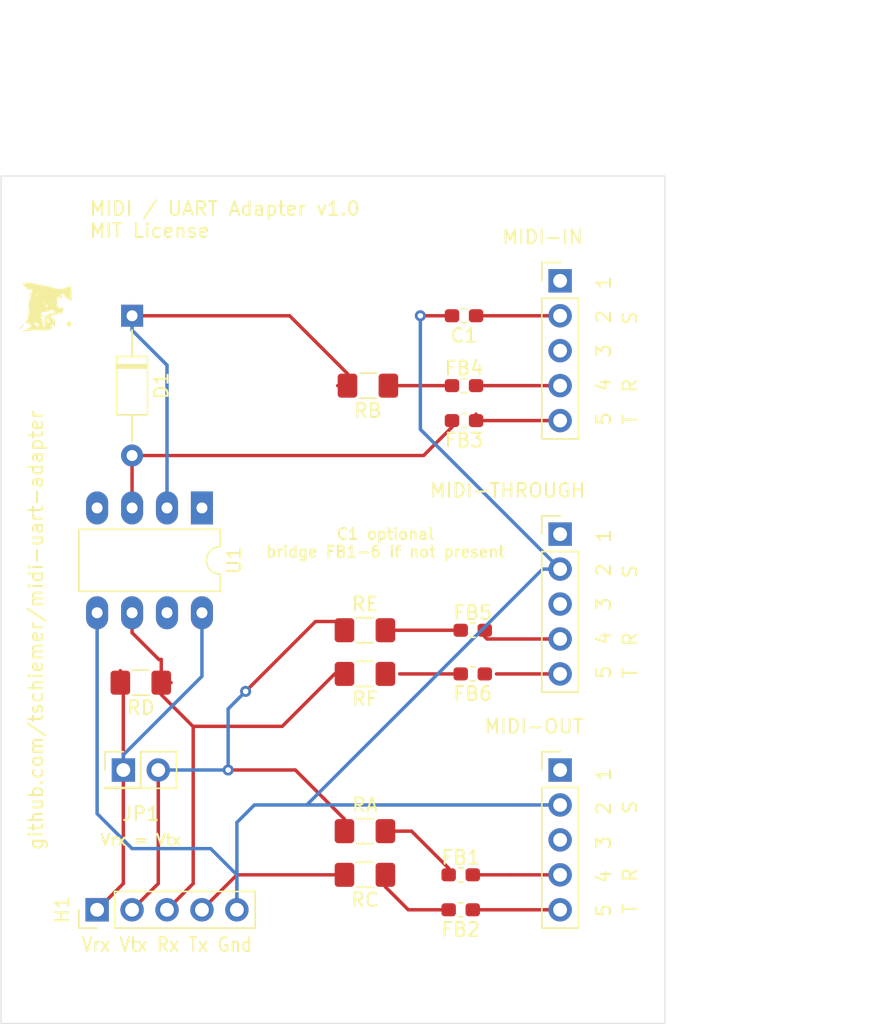
<source format=kicad_pcb>
(kicad_pcb (version 20171130) (host pcbnew "(5.1.5-0-10_14)")

  (general
    (thickness 1.6)
    (drawings 19)
    (tracks 93)
    (zones 0)
    (modules 25)
    (nets 29)
  )

  (page A4)
  (layers
    (0 F.Cu signal)
    (31 B.Cu signal)
    (32 B.Adhes user)
    (33 F.Adhes user)
    (34 B.Paste user)
    (35 F.Paste user)
    (36 B.SilkS user)
    (37 F.SilkS user)
    (38 B.Mask user)
    (39 F.Mask user)
    (40 Dwgs.User user)
    (41 Cmts.User user)
    (42 Eco1.User user)
    (43 Eco2.User user)
    (44 Edge.Cuts user)
    (45 Margin user)
    (46 B.CrtYd user)
    (47 F.CrtYd user)
    (48 B.Fab user)
    (49 F.Fab user)
  )

  (setup
    (last_trace_width 0.25)
    (trace_clearance 0.2)
    (zone_clearance 0.508)
    (zone_45_only no)
    (trace_min 0.2)
    (via_size 0.8)
    (via_drill 0.4)
    (via_min_size 0.4)
    (via_min_drill 0.3)
    (uvia_size 0.3)
    (uvia_drill 0.1)
    (uvias_allowed no)
    (uvia_min_size 0.2)
    (uvia_min_drill 0.1)
    (edge_width 0.05)
    (segment_width 0.2)
    (pcb_text_width 0.3)
    (pcb_text_size 1.5 1.5)
    (mod_edge_width 0.12)
    (mod_text_size 1 1)
    (mod_text_width 0.15)
    (pad_size 1.524 1.524)
    (pad_drill 0.762)
    (pad_to_mask_clearance 0.051)
    (solder_mask_min_width 0.25)
    (aux_axis_origin 114.3 65.405)
    (visible_elements FFFFFF7F)
    (pcbplotparams
      (layerselection 0x010fc_ffffffff)
      (usegerberextensions false)
      (usegerberattributes false)
      (usegerberadvancedattributes false)
      (creategerberjobfile false)
      (excludeedgelayer true)
      (linewidth 0.100000)
      (plotframeref false)
      (viasonmask false)
      (mode 1)
      (useauxorigin false)
      (hpglpennumber 1)
      (hpglpenspeed 20)
      (hpglpendiameter 15.000000)
      (psnegative false)
      (psa4output false)
      (plotreference true)
      (plotvalue true)
      (plotinvisibletext false)
      (padsonsilk false)
      (subtractmaskfromsilk false)
      (outputformat 1)
      (mirror false)
      (drillshape 1)
      (scaleselection 1)
      (outputdirectory ""))
  )

  (net 0 "")
  (net 1 "Net-(D1-Pad2)")
  (net 2 "Net-(D1-Pad1)")
  (net 3 GNDREF)
  (net 4 UART_tx)
  (net 5 UART_rx)
  (net 6 VCC_tx)
  (net 7 VCC_rx)
  (net 8 "Net-(MIDI-IN1-Pad3)")
  (net 9 "Net-(C2-Pad1)")
  (net 10 "Net-(MIDI-IN1-Pad1)")
  (net 11 "Net-(MIDI-OUT1-Pad3)")
  (net 12 "Net-(MIDI-OUT1-Pad1)")
  (net 13 "Net-(MIDI-THROUGH1-Pad3)")
  (net 14 "Net-(MIDI-THROUGH1-Pad1)")
  (net 15 "Net-(U1-Pad4)")
  (net 16 "Net-(U1-Pad7)")
  (net 17 "Net-(U1-Pad1)")
  (net 18 "Net-(FB1-Pad2)")
  (net 19 "Net-(FB1-Pad1)")
  (net 20 "Net-(FB2-Pad2)")
  (net 21 "Net-(FB2-Pad1)")
  (net 22 "Net-(FB3-Pad1)")
  (net 23 "Net-(FB4-Pad2)")
  (net 24 "Net-(FB4-Pad1)")
  (net 25 "Net-(FB5-Pad2)")
  (net 26 "Net-(FB5-Pad1)")
  (net 27 "Net-(FB6-Pad2)")
  (net 28 "Net-(FB6-Pad1)")

  (net_class Default "This is the default net class."
    (clearance 0.2)
    (trace_width 0.25)
    (via_dia 0.8)
    (via_drill 0.4)
    (uvia_dia 0.3)
    (uvia_drill 0.1)
    (add_net GNDREF)
    (add_net "Net-(C2-Pad1)")
    (add_net "Net-(D1-Pad1)")
    (add_net "Net-(D1-Pad2)")
    (add_net "Net-(FB1-Pad1)")
    (add_net "Net-(FB1-Pad2)")
    (add_net "Net-(FB2-Pad1)")
    (add_net "Net-(FB2-Pad2)")
    (add_net "Net-(FB3-Pad1)")
    (add_net "Net-(FB4-Pad1)")
    (add_net "Net-(FB4-Pad2)")
    (add_net "Net-(FB5-Pad1)")
    (add_net "Net-(FB5-Pad2)")
    (add_net "Net-(FB6-Pad1)")
    (add_net "Net-(FB6-Pad2)")
    (add_net "Net-(MIDI-IN1-Pad1)")
    (add_net "Net-(MIDI-IN1-Pad3)")
    (add_net "Net-(MIDI-OUT1-Pad1)")
    (add_net "Net-(MIDI-OUT1-Pad3)")
    (add_net "Net-(MIDI-THROUGH1-Pad1)")
    (add_net "Net-(MIDI-THROUGH1-Pad3)")
    (add_net "Net-(U1-Pad1)")
    (add_net "Net-(U1-Pad4)")
    (add_net "Net-(U1-Pad7)")
    (add_net UART_rx)
    (add_net UART_tx)
    (add_net VCC_rx)
    (add_net VCC_tx)
  )

  (module Filou.se:filou.se.sm (layer F.Cu) (tedit 0) (tstamp 5ED40321)
    (at 123.825 79.375 90)
    (fp_text reference G*** (at 0 0 90) (layer F.SilkS) hide
      (effects (font (size 1.524 1.524) (thickness 0.3)))
    )
    (fp_text value LOGO (at 0.75 0 90) (layer F.SilkS) hide
      (effects (font (size 1.524 1.524) (thickness 0.3)))
    )
    (fp_poly (pts (xy -1.4605 -1.743711) (xy -1.30052 -1.593594) (xy -1.277423 -1.528213) (xy -1.299211 -1.524)
      (xy -1.368357 -1.581097) (xy -1.489711 -1.7145) (xy -1.651 -1.905) (xy -1.4605 -1.743711)) (layer F.SilkS) (width 0.01))
    (fp_poly (pts (xy 0.846667 -1.143) (xy 0.804333 -1.100667) (xy 0.762 -1.143) (xy 0.804333 -1.185333)
      (xy 0.846667 -1.143)) (layer F.SilkS) (width 0.01))
    (fp_poly (pts (xy -1.641249 -1.329032) (xy -1.524553 -1.114417) (xy -1.402935 -1.033123) (xy -1.322662 -1.032972)
      (xy -1.186677 -1.099254) (xy -1.165747 -1.26366) (xy -1.172265 -1.404673) (xy -1.118667 -1.40102)
      (xy -1.028849 -1.323961) (xy -0.895649 -1.246331) (xy -0.680134 -1.196735) (xy -0.347765 -1.168959)
      (xy -0.124082 -1.161242) (xy 0.297031 -1.139594) (xy 0.555242 -1.098772) (xy 0.655992 -1.037917)
      (xy 0.656017 -1.037843) (xy 0.723778 -0.97565) (xy 0.863714 -1.025124) (xy 0.98336 -1.075285)
      (xy 0.980238 -1.026652) (xy 0.978887 -1.024447) (xy 1.000994 -0.953331) (xy 1.14837 -0.931333)
      (xy 1.300297 -0.945232) (xy 1.30954 -1.004743) (xy 1.27 -1.058333) (xy 1.207425 -1.159589)
      (xy 1.271977 -1.18533) (xy 1.273744 -1.185334) (xy 1.342097 -1.215308) (xy 1.330045 -1.238178)
      (xy 1.346332 -1.318701) (xy 1.452936 -1.431107) (xy 1.591031 -1.527095) (xy 1.70179 -1.558358)
      (xy 1.714077 -1.553513) (xy 1.763919 -1.438487) (xy 1.77544 -1.220669) (xy 1.750764 -0.961702)
      (xy 1.692016 -0.723225) (xy 1.684794 -0.704012) (xy 1.620349 -0.469525) (xy 1.570904 -0.168497)
      (xy 1.560719 -0.064953) (xy 1.512539 0.240561) (xy 1.429288 0.5208) (xy 1.397586 0.591533)
      (xy 1.301662 0.941009) (xy 1.328431 1.325528) (xy 1.423811 1.581934) (xy 1.505841 1.7651)
      (xy 1.492324 1.874826) (xy 1.361067 1.929282) (xy 1.08988 1.946642) (xy 0.977604 1.947333)
      (xy 0.431209 1.947333) (xy 0.575438 1.693868) (xy 0.698361 1.522596) (xy 0.806996 1.440975)
      (xy 0.816441 1.439868) (xy 0.927911 1.371427) (xy 0.962353 1.311286) (xy 0.966561 1.226832)
      (xy 0.858516 1.223307) (xy 0.780911 1.240664) (xy 0.628345 1.268556) (xy 0.611415 1.229974)
      (xy 0.651323 1.175371) (xy 0.721343 1.017891) (xy 0.644689 0.915779) (xy 0.438416 0.881203)
      (xy 0.261939 0.897551) (xy 0.03911 0.943365) (xy -0.053877 1.005859) (xy -0.055836 1.116853)
      (xy -0.047774 1.151467) (xy -0.033028 1.28788) (xy -0.113984 1.33323) (xy -0.252036 1.330152)
      (xy -0.430225 1.293047) (xy -0.469728 1.204486) (xy -0.463099 1.177803) (xy -0.466079 1.02605)
      (xy -0.522789 0.813723) (xy -0.609319 0.602884) (xy -0.701764 0.455595) (xy -0.753729 0.423333)
      (xy -0.810894 0.492599) (xy -0.816093 0.5715) (xy -0.849156 0.674125) (xy -0.993539 0.728944)
      (xy -1.143 0.746491) (xy -1.349936 0.754045) (xy -1.41467 0.725612) (xy -1.375834 0.666058)
      (xy -1.28592 0.539883) (xy -1.280208 0.461341) (xy -1.355976 0.476272) (xy -1.385767 0.498677)
      (xy -1.520951 0.540962) (xy -1.623565 0.434175) (xy -1.670759 0.249003) (xy -1.185333 0.249003)
      (xy -1.137542 0.330595) (xy -1.005647 0.282222) (xy -0.818445 0.282222) (xy -0.806822 0.332556)
      (xy -0.762 0.338667) (xy -0.69231 0.307688) (xy -0.705556 0.282222) (xy -0.806035 0.272089)
      (xy -0.818445 0.282222) (xy -1.005647 0.282222) (xy -0.992264 0.277314) (xy -0.893985 0.208974)
      (xy -0.80404 0.117243) (xy -0.825488 0.084667) (xy -0.95618 0.147043) (xy -0.97452 0.170714)
      (xy -1.075989 0.219556) (xy -1.106517 0.208051) (xy -1.180246 0.220533) (xy -1.185333 0.249003)
      (xy -1.670759 0.249003) (xy -1.684011 0.197008) (xy -1.688366 0.07528) (xy -1.605924 0.07528)
      (xy -1.547144 0.039865) (xy -1.502833 0.006716) (xy -1.384792 -0.050982) (xy -1.354667 -0.016277)
      (xy -1.284103 0.033498) (xy -1.121833 0.010169) (xy -0.854724 -0.035052) (xy -0.675705 0.01778)
      (xy -0.554858 0.192068) (xy -0.46226 0.511216) (xy -0.458319 0.529167) (xy -0.437086 0.667053)
      (xy -0.433917 0.695476) (xy -0.381511 0.73284) (xy -0.278795 0.653747) (xy -0.206446 0.550333)
      (xy 0.254 0.550333) (xy 0.296333 0.592667) (xy 0.338667 0.550333) (xy 0.296333 0.508)
      (xy 0.254 0.550333) (xy -0.206446 0.550333) (xy -0.185927 0.521004) (xy -0.230246 0.413359)
      (xy -0.236462 0.407005) (xy -0.319953 0.24343) (xy 0.021999 0.24343) (xy 0.084022 0.20285)
      (xy 0.095173 0.191911) (xy 0.162049 0.080903) (xy 0.152982 0.040093) (xy 0.09 0.065501)
      (xy 0.047777 0.144515) (xy 0.021999 0.24343) (xy -0.319953 0.24343) (xy -0.320117 0.243109)
      (xy -0.338667 0.116991) (xy -0.355854 -0.042333) (xy 0.338667 -0.042333) (xy 0.381 0)
      (xy 0.423333 -0.042333) (xy 0.381 -0.084667) (xy 0.338667 -0.042333) (xy -0.355854 -0.042333)
      (xy -0.362146 -0.100652) (xy -0.391013 -0.207231) (xy -0.443085 -0.295362) (xy -0.515076 -0.247003)
      (xy -0.557654 -0.192989) (xy -0.644978 -0.091828) (xy -0.672594 -0.134855) (xy -0.675937 -0.211667)
      (xy -0.699294 -0.314977) (xy -0.744467 -0.279471) (xy -0.864908 -0.204967) (xy -1.079266 -0.151263)
      (xy -1.127098 -0.145309) (xy -1.363789 -0.09447) (xy -1.532425 -0.011911) (xy -1.548095 0.003078)
      (xy -1.605924 0.07528) (xy -1.688366 0.07528) (xy -1.694752 -0.10316) (xy -1.686339 -0.396148)
      (xy -1.686516 -0.514403) (xy -1.403257 -0.514403) (xy -1.398178 -0.42524) (xy -1.316815 -0.395972)
      (xy -1.25004 -0.465667) (xy 1.016 -0.465667) (xy 1.058333 -0.423333) (xy 1.100667 -0.465667)
      (xy 1.058333 -0.508) (xy 1.016 -0.465667) (xy -1.25004 -0.465667) (xy -1.210191 -0.507257)
      (xy -1.188514 -0.550333) (xy 0.846667 -0.550333) (xy 0.889 -0.508) (xy 0.931333 -0.550333)
      (xy 0.889 -0.592667) (xy 0.846667 -0.550333) (xy -1.188514 -0.550333) (xy -1.133547 -0.659558)
      (xy -1.13638 -0.741269) (xy -1.227853 -0.74069) (xy -1.333663 -0.644727) (xy -1.403257 -0.514403)
      (xy -1.686516 -0.514403) (xy -1.686663 -0.611583) (xy -1.698498 -0.823196) (xy -1.724617 -1.104721)
      (xy -1.737061 -1.227667) (xy -1.780174 -1.651) (xy -1.641249 -1.329032)) (layer F.SilkS) (width 0.01))
    (fp_poly (pts (xy -1.124673 1.623877) (xy -1.019334 1.777327) (xy -1.063798 1.900152) (xy -1.231378 1.947333)
      (xy -1.392137 1.914551) (xy -1.42226 1.801489) (xy -1.421878 1.799167) (xy -1.342915 1.621114)
      (xy -1.210289 1.579028) (xy -1.124673 1.623877)) (layer F.SilkS) (width 0.01))
  )

  (module MountingHole:MountingHole_2.2mm_M2 (layer F.Cu) (tedit 56D1B4CB) (tstamp 5ED33F65)
    (at 123.825 73.025)
    (descr "Mounting Hole 2.2mm, no annular, M2")
    (tags "mounting hole 2.2mm no annular m2")
    (attr virtual)
    (fp_text reference REF** (at 0 -3.2) (layer F.SilkS) hide
      (effects (font (size 1 1) (thickness 0.15)))
    )
    (fp_text value MountingHole_2.2mm_M2 (at 0 3.2) (layer F.Fab) hide
      (effects (font (size 1 1) (thickness 0.15)))
    )
    (fp_circle (center 0 0) (end 2.45 0) (layer F.CrtYd) (width 0.05))
    (fp_circle (center 0 0) (end 2.2 0) (layer Cmts.User) (width 0.15))
    (fp_text user %R (at 0.3 0) (layer F.Fab) hide
      (effects (font (size 1 1) (thickness 0.15)))
    )
    (pad 1 np_thru_hole circle (at 0 0) (size 2.2 2.2) (drill 2.2) (layers *.Cu *.Mask))
  )

  (module MountingHole:MountingHole_2.2mm_M2 (layer F.Cu) (tedit 56D1B4CB) (tstamp 5ED33F41)
    (at 165.735 73.025)
    (descr "Mounting Hole 2.2mm, no annular, M2")
    (tags "mounting hole 2.2mm no annular m2")
    (attr virtual)
    (fp_text reference REF** (at 0 -3.2) (layer F.SilkS) hide
      (effects (font (size 1 1) (thickness 0.15)))
    )
    (fp_text value MountingHole_2.2mm_M2 (at 0 3.2) (layer F.Fab) hide
      (effects (font (size 1 1) (thickness 0.15)))
    )
    (fp_circle (center 0 0) (end 2.45 0) (layer F.CrtYd) (width 0.05))
    (fp_circle (center 0 0) (end 2.2 0) (layer Cmts.User) (width 0.15))
    (fp_text user %R (at 0.3 0) (layer F.Fab) hide
      (effects (font (size 1 1) (thickness 0.15)))
    )
    (pad 1 np_thru_hole circle (at 0 0) (size 2.2 2.2) (drill 2.2) (layers *.Cu *.Mask))
  )

  (module MountingHole:MountingHole_2.2mm_M2 (layer F.Cu) (tedit 56D1B4CB) (tstamp 5ED33F0F)
    (at 165.735 128.27)
    (descr "Mounting Hole 2.2mm, no annular, M2")
    (tags "mounting hole 2.2mm no annular m2")
    (attr virtual)
    (fp_text reference REF** (at 0 -3.2) (layer F.SilkS) hide
      (effects (font (size 1 1) (thickness 0.15)))
    )
    (fp_text value MountingHole_2.2mm_M2 (at 0 3.2) (layer F.Fab) hide
      (effects (font (size 1 1) (thickness 0.15)))
    )
    (fp_circle (center 0 0) (end 2.45 0) (layer F.CrtYd) (width 0.05))
    (fp_circle (center 0 0) (end 2.2 0) (layer Cmts.User) (width 0.15))
    (fp_text user %R (at 0.3 0) (layer F.Fab) hide
      (effects (font (size 1 1) (thickness 0.15)))
    )
    (pad 1 np_thru_hole circle (at 0 0) (size 2.2 2.2) (drill 2.2) (layers *.Cu *.Mask))
  )

  (module MountingHole:MountingHole_2.2mm_M2 (layer F.Cu) (tedit 56D1B4CB) (tstamp 5ED33EEB)
    (at 123.825 128.27)
    (descr "Mounting Hole 2.2mm, no annular, M2")
    (tags "mounting hole 2.2mm no annular m2")
    (attr virtual)
    (fp_text reference REF** (at 0 -3.2) (layer F.SilkS) hide
      (effects (font (size 1 1) (thickness 0.15)))
    )
    (fp_text value MountingHole_2.2mm_M2 (at 0 3.2) (layer F.Fab) hide
      (effects (font (size 1 1) (thickness 0.15)))
    )
    (fp_circle (center 0 0) (end 2.45 0) (layer F.CrtYd) (width 0.05))
    (fp_circle (center 0 0) (end 2.2 0) (layer Cmts.User) (width 0.15))
    (fp_text user %R (at 0.3 0) (layer F.Fab) hide
      (effects (font (size 1 1) (thickness 0.15)))
    )
    (pad 1 np_thru_hole circle (at 0 0) (size 2.2 2.2) (drill 2.2) (layers *.Cu *.Mask))
  )

  (module Package_DIP:DIP-8_W7.62mm_LongPads (layer F.Cu) (tedit 5A02E8C5) (tstamp 5ED2AFA2)
    (at 135.255 93.98 270)
    (descr "8-lead though-hole mounted DIP package, row spacing 7.62 mm (300 mils), LongPads")
    (tags "THT DIP DIL PDIP 2.54mm 7.62mm 300mil LongPads")
    (path /5ED711DD)
    (fp_text reference U1 (at 3.81 -2.33 90) (layer F.SilkS)
      (effects (font (size 1 1) (thickness 0.15)))
    )
    (fp_text value 6N138 (at 3.81 9.95 90) (layer F.Fab)
      (effects (font (size 1 1) (thickness 0.15)))
    )
    (fp_text user %R (at 3.81 3.81 90) (layer F.Fab)
      (effects (font (size 1 1) (thickness 0.15)))
    )
    (fp_line (start 9.1 -1.55) (end -1.45 -1.55) (layer F.CrtYd) (width 0.05))
    (fp_line (start 9.1 9.15) (end 9.1 -1.55) (layer F.CrtYd) (width 0.05))
    (fp_line (start -1.45 9.15) (end 9.1 9.15) (layer F.CrtYd) (width 0.05))
    (fp_line (start -1.45 -1.55) (end -1.45 9.15) (layer F.CrtYd) (width 0.05))
    (fp_line (start 6.06 -1.33) (end 4.81 -1.33) (layer F.SilkS) (width 0.12))
    (fp_line (start 6.06 8.95) (end 6.06 -1.33) (layer F.SilkS) (width 0.12))
    (fp_line (start 1.56 8.95) (end 6.06 8.95) (layer F.SilkS) (width 0.12))
    (fp_line (start 1.56 -1.33) (end 1.56 8.95) (layer F.SilkS) (width 0.12))
    (fp_line (start 2.81 -1.33) (end 1.56 -1.33) (layer F.SilkS) (width 0.12))
    (fp_line (start 0.635 -0.27) (end 1.635 -1.27) (layer F.Fab) (width 0.1))
    (fp_line (start 0.635 8.89) (end 0.635 -0.27) (layer F.Fab) (width 0.1))
    (fp_line (start 6.985 8.89) (end 0.635 8.89) (layer F.Fab) (width 0.1))
    (fp_line (start 6.985 -1.27) (end 6.985 8.89) (layer F.Fab) (width 0.1))
    (fp_line (start 1.635 -1.27) (end 6.985 -1.27) (layer F.Fab) (width 0.1))
    (fp_arc (start 3.81 -1.33) (end 2.81 -1.33) (angle -180) (layer F.SilkS) (width 0.12))
    (pad 8 thru_hole oval (at 7.62 0 270) (size 2.4 1.6) (drill 0.8) (layers *.Cu *.Mask)
      (net 7 VCC_rx))
    (pad 4 thru_hole oval (at 0 7.62 270) (size 2.4 1.6) (drill 0.8) (layers *.Cu *.Mask)
      (net 15 "Net-(U1-Pad4)"))
    (pad 7 thru_hole oval (at 7.62 2.54 270) (size 2.4 1.6) (drill 0.8) (layers *.Cu *.Mask)
      (net 16 "Net-(U1-Pad7)"))
    (pad 3 thru_hole oval (at 0 5.08 270) (size 2.4 1.6) (drill 0.8) (layers *.Cu *.Mask)
      (net 1 "Net-(D1-Pad2)"))
    (pad 6 thru_hole oval (at 7.62 5.08 270) (size 2.4 1.6) (drill 0.8) (layers *.Cu *.Mask)
      (net 5 UART_rx))
    (pad 2 thru_hole oval (at 0 2.54 270) (size 2.4 1.6) (drill 0.8) (layers *.Cu *.Mask)
      (net 2 "Net-(D1-Pad1)"))
    (pad 5 thru_hole oval (at 7.62 7.62 270) (size 2.4 1.6) (drill 0.8) (layers *.Cu *.Mask)
      (net 3 GNDREF))
    (pad 1 thru_hole rect (at 0 0 270) (size 2.4 1.6) (drill 0.8) (layers *.Cu *.Mask)
      (net 17 "Net-(U1-Pad1)"))
    (model ${KISYS3DMOD}/Package_DIP.3dshapes/DIP-8_W7.62mm.wrl
      (at (xyz 0 0 0))
      (scale (xyz 1 1 1))
      (rotate (xyz 0 0 0))
    )
  )

  (module Resistor_SMD:R_1206_3216Metric_Pad1.42x1.75mm_HandSolder (layer F.Cu) (tedit 5B301BBD) (tstamp 5ED2AF86)
    (at 147.1025 106.045 180)
    (descr "Resistor SMD 1206 (3216 Metric), square (rectangular) end terminal, IPC_7351 nominal with elongated pad for handsoldering. (Body size source: http://www.tortai-tech.com/upload/download/2011102023233369053.pdf), generated with kicad-footprint-generator")
    (tags "resistor handsolder")
    (path /5ED87722)
    (attr smd)
    (fp_text reference RF (at 0 -1.82) (layer F.SilkS)
      (effects (font (size 1 1) (thickness 0.15)))
    )
    (fp_text value "220 5% 0.25W" (at 0 1.82) (layer F.Fab) hide
      (effects (font (size 1 1) (thickness 0.15)))
    )
    (fp_text user %R (at 0 0) (layer F.Fab)
      (effects (font (size 0.8 0.8) (thickness 0.12)))
    )
    (fp_line (start 2.45 1.12) (end -2.45 1.12) (layer F.CrtYd) (width 0.05))
    (fp_line (start 2.45 -1.12) (end 2.45 1.12) (layer F.CrtYd) (width 0.05))
    (fp_line (start -2.45 -1.12) (end 2.45 -1.12) (layer F.CrtYd) (width 0.05))
    (fp_line (start -2.45 1.12) (end -2.45 -1.12) (layer F.CrtYd) (width 0.05))
    (fp_line (start -0.602064 0.91) (end 0.602064 0.91) (layer F.SilkS) (width 0.12))
    (fp_line (start -0.602064 -0.91) (end 0.602064 -0.91) (layer F.SilkS) (width 0.12))
    (fp_line (start 1.6 0.8) (end -1.6 0.8) (layer F.Fab) (width 0.1))
    (fp_line (start 1.6 -0.8) (end 1.6 0.8) (layer F.Fab) (width 0.1))
    (fp_line (start -1.6 -0.8) (end 1.6 -0.8) (layer F.Fab) (width 0.1))
    (fp_line (start -1.6 0.8) (end -1.6 -0.8) (layer F.Fab) (width 0.1))
    (pad 2 smd roundrect (at 1.4875 0 180) (size 1.425 1.75) (layers F.Cu F.Paste F.Mask) (roundrect_rratio 0.175439)
      (net 5 UART_rx))
    (pad 1 smd roundrect (at -1.4875 0 180) (size 1.425 1.75) (layers F.Cu F.Paste F.Mask) (roundrect_rratio 0.175439)
      (net 27 "Net-(FB6-Pad2)"))
    (model ${KISYS3DMOD}/Resistor_SMD.3dshapes/R_1206_3216Metric.wrl
      (at (xyz 0 0 0))
      (scale (xyz 1 1 1))
      (rotate (xyz 0 0 0))
    )
  )

  (module Resistor_SMD:R_1206_3216Metric_Pad1.42x1.75mm_HandSolder (layer F.Cu) (tedit 5B301BBD) (tstamp 5ED2AF75)
    (at 147.1025 102.87 180)
    (descr "Resistor SMD 1206 (3216 Metric), square (rectangular) end terminal, IPC_7351 nominal with elongated pad for handsoldering. (Body size source: http://www.tortai-tech.com/upload/download/2011102023233369053.pdf), generated with kicad-footprint-generator")
    (tags "resistor handsolder")
    (path /5ED86B2A)
    (attr smd)
    (fp_text reference RE (at 0 1.905) (layer F.SilkS)
      (effects (font (size 1 1) (thickness 0.15)))
    )
    (fp_text value "220 5% 0.25W" (at 0 1.82) (layer F.Fab) hide
      (effects (font (size 1 1) (thickness 0.15)))
    )
    (fp_text user %R (at 0 0) (layer F.Fab)
      (effects (font (size 0.8 0.8) (thickness 0.12)))
    )
    (fp_line (start 2.45 1.12) (end -2.45 1.12) (layer F.CrtYd) (width 0.05))
    (fp_line (start 2.45 -1.12) (end 2.45 1.12) (layer F.CrtYd) (width 0.05))
    (fp_line (start -2.45 -1.12) (end 2.45 -1.12) (layer F.CrtYd) (width 0.05))
    (fp_line (start -2.45 1.12) (end -2.45 -1.12) (layer F.CrtYd) (width 0.05))
    (fp_line (start -0.602064 0.91) (end 0.602064 0.91) (layer F.SilkS) (width 0.12))
    (fp_line (start -0.602064 -0.91) (end 0.602064 -0.91) (layer F.SilkS) (width 0.12))
    (fp_line (start 1.6 0.8) (end -1.6 0.8) (layer F.Fab) (width 0.1))
    (fp_line (start 1.6 -0.8) (end 1.6 0.8) (layer F.Fab) (width 0.1))
    (fp_line (start -1.6 -0.8) (end 1.6 -0.8) (layer F.Fab) (width 0.1))
    (fp_line (start -1.6 0.8) (end -1.6 -0.8) (layer F.Fab) (width 0.1))
    (pad 2 smd roundrect (at 1.4875 0 180) (size 1.425 1.75) (layers F.Cu F.Paste F.Mask) (roundrect_rratio 0.175439)
      (net 6 VCC_tx))
    (pad 1 smd roundrect (at -1.4875 0 180) (size 1.425 1.75) (layers F.Cu F.Paste F.Mask) (roundrect_rratio 0.175439)
      (net 25 "Net-(FB5-Pad2)"))
    (model ${KISYS3DMOD}/Resistor_SMD.3dshapes/R_1206_3216Metric.wrl
      (at (xyz 0 0 0))
      (scale (xyz 1 1 1))
      (rotate (xyz 0 0 0))
    )
  )

  (module Resistor_SMD:R_1206_3216Metric_Pad1.42x1.75mm_HandSolder (layer F.Cu) (tedit 5B301BBD) (tstamp 5ED2AF64)
    (at 130.81 106.68 180)
    (descr "Resistor SMD 1206 (3216 Metric), square (rectangular) end terminal, IPC_7351 nominal with elongated pad for handsoldering. (Body size source: http://www.tortai-tech.com/upload/download/2011102023233369053.pdf), generated with kicad-footprint-generator")
    (tags "resistor handsolder")
    (path /5ED84638)
    (attr smd)
    (fp_text reference RD (at 0 -1.82) (layer F.SilkS)
      (effects (font (size 1 1) (thickness 0.15)))
    )
    (fp_text value "220 5% 0.25W" (at 0 1.82) (layer F.Fab) hide
      (effects (font (size 1 1) (thickness 0.15)))
    )
    (fp_text user %R (at 0 0) (layer F.Fab)
      (effects (font (size 0.8 0.8) (thickness 0.12)))
    )
    (fp_line (start 2.45 1.12) (end -2.45 1.12) (layer F.CrtYd) (width 0.05))
    (fp_line (start 2.45 -1.12) (end 2.45 1.12) (layer F.CrtYd) (width 0.05))
    (fp_line (start -2.45 -1.12) (end 2.45 -1.12) (layer F.CrtYd) (width 0.05))
    (fp_line (start -2.45 1.12) (end -2.45 -1.12) (layer F.CrtYd) (width 0.05))
    (fp_line (start -0.602064 0.91) (end 0.602064 0.91) (layer F.SilkS) (width 0.12))
    (fp_line (start -0.602064 -0.91) (end 0.602064 -0.91) (layer F.SilkS) (width 0.12))
    (fp_line (start 1.6 0.8) (end -1.6 0.8) (layer F.Fab) (width 0.1))
    (fp_line (start 1.6 -0.8) (end 1.6 0.8) (layer F.Fab) (width 0.1))
    (fp_line (start -1.6 -0.8) (end 1.6 -0.8) (layer F.Fab) (width 0.1))
    (fp_line (start -1.6 0.8) (end -1.6 -0.8) (layer F.Fab) (width 0.1))
    (pad 2 smd roundrect (at 1.4875 0 180) (size 1.425 1.75) (layers F.Cu F.Paste F.Mask) (roundrect_rratio 0.175439)
      (net 7 VCC_rx))
    (pad 1 smd roundrect (at -1.4875 0 180) (size 1.425 1.75) (layers F.Cu F.Paste F.Mask) (roundrect_rratio 0.175439)
      (net 5 UART_rx))
    (model ${KISYS3DMOD}/Resistor_SMD.3dshapes/R_1206_3216Metric.wrl
      (at (xyz 0 0 0))
      (scale (xyz 1 1 1))
      (rotate (xyz 0 0 0))
    )
  )

  (module Resistor_SMD:R_1206_3216Metric_Pad1.42x1.75mm_HandSolder (layer F.Cu) (tedit 5B301BBD) (tstamp 5ED2AF53)
    (at 147.1025 120.65 180)
    (descr "Resistor SMD 1206 (3216 Metric), square (rectangular) end terminal, IPC_7351 nominal with elongated pad for handsoldering. (Body size source: http://www.tortai-tech.com/upload/download/2011102023233369053.pdf), generated with kicad-footprint-generator")
    (tags "resistor handsolder")
    (path /5ED8713D)
    (attr smd)
    (fp_text reference RC (at 0 -1.82) (layer F.SilkS)
      (effects (font (size 1 1) (thickness 0.15)))
    )
    (fp_text value "220 5% 0.25W" (at 0 1.82) (layer F.Fab) hide
      (effects (font (size 1 1) (thickness 0.15)))
    )
    (fp_text user %R (at 0 0) (layer F.Fab)
      (effects (font (size 0.8 0.8) (thickness 0.12)))
    )
    (fp_line (start 2.45 1.12) (end -2.45 1.12) (layer F.CrtYd) (width 0.05))
    (fp_line (start 2.45 -1.12) (end 2.45 1.12) (layer F.CrtYd) (width 0.05))
    (fp_line (start -2.45 -1.12) (end 2.45 -1.12) (layer F.CrtYd) (width 0.05))
    (fp_line (start -2.45 1.12) (end -2.45 -1.12) (layer F.CrtYd) (width 0.05))
    (fp_line (start -0.602064 0.91) (end 0.602064 0.91) (layer F.SilkS) (width 0.12))
    (fp_line (start -0.602064 -0.91) (end 0.602064 -0.91) (layer F.SilkS) (width 0.12))
    (fp_line (start 1.6 0.8) (end -1.6 0.8) (layer F.Fab) (width 0.1))
    (fp_line (start 1.6 -0.8) (end 1.6 0.8) (layer F.Fab) (width 0.1))
    (fp_line (start -1.6 -0.8) (end 1.6 -0.8) (layer F.Fab) (width 0.1))
    (fp_line (start -1.6 0.8) (end -1.6 -0.8) (layer F.Fab) (width 0.1))
    (pad 2 smd roundrect (at 1.4875 0 180) (size 1.425 1.75) (layers F.Cu F.Paste F.Mask) (roundrect_rratio 0.175439)
      (net 4 UART_tx))
    (pad 1 smd roundrect (at -1.4875 0 180) (size 1.425 1.75) (layers F.Cu F.Paste F.Mask) (roundrect_rratio 0.175439)
      (net 20 "Net-(FB2-Pad2)"))
    (model ${KISYS3DMOD}/Resistor_SMD.3dshapes/R_1206_3216Metric.wrl
      (at (xyz 0 0 0))
      (scale (xyz 1 1 1))
      (rotate (xyz 0 0 0))
    )
  )

  (module Resistor_SMD:R_1206_3216Metric_Pad1.42x1.75mm_HandSolder (layer F.Cu) (tedit 5B301BBD) (tstamp 5ED2AF42)
    (at 147.32 85.09 180)
    (descr "Resistor SMD 1206 (3216 Metric), square (rectangular) end terminal, IPC_7351 nominal with elongated pad for handsoldering. (Body size source: http://www.tortai-tech.com/upload/download/2011102023233369053.pdf), generated with kicad-footprint-generator")
    (tags "resistor handsolder")
    (path /5ED86183)
    (attr smd)
    (fp_text reference RB (at 0 -1.82) (layer F.SilkS)
      (effects (font (size 1 1) (thickness 0.15)))
    )
    (fp_text value "220 5% 0.25W" (at 0 1.82) (layer F.Fab) hide
      (effects (font (size 1 1) (thickness 0.15)))
    )
    (fp_text user %R (at 0 0) (layer F.Fab)
      (effects (font (size 0.8 0.8) (thickness 0.12)))
    )
    (fp_line (start 2.45 1.12) (end -2.45 1.12) (layer F.CrtYd) (width 0.05))
    (fp_line (start 2.45 -1.12) (end 2.45 1.12) (layer F.CrtYd) (width 0.05))
    (fp_line (start -2.45 -1.12) (end 2.45 -1.12) (layer F.CrtYd) (width 0.05))
    (fp_line (start -2.45 1.12) (end -2.45 -1.12) (layer F.CrtYd) (width 0.05))
    (fp_line (start -0.602064 0.91) (end 0.602064 0.91) (layer F.SilkS) (width 0.12))
    (fp_line (start -0.602064 -0.91) (end 0.602064 -0.91) (layer F.SilkS) (width 0.12))
    (fp_line (start 1.6 0.8) (end -1.6 0.8) (layer F.Fab) (width 0.1))
    (fp_line (start 1.6 -0.8) (end 1.6 0.8) (layer F.Fab) (width 0.1))
    (fp_line (start -1.6 -0.8) (end 1.6 -0.8) (layer F.Fab) (width 0.1))
    (fp_line (start -1.6 0.8) (end -1.6 -0.8) (layer F.Fab) (width 0.1))
    (pad 2 smd roundrect (at 1.4875 0 180) (size 1.425 1.75) (layers F.Cu F.Paste F.Mask) (roundrect_rratio 0.175439)
      (net 2 "Net-(D1-Pad1)"))
    (pad 1 smd roundrect (at -1.4875 0 180) (size 1.425 1.75) (layers F.Cu F.Paste F.Mask) (roundrect_rratio 0.175439)
      (net 23 "Net-(FB4-Pad2)"))
    (model ${KISYS3DMOD}/Resistor_SMD.3dshapes/R_1206_3216Metric.wrl
      (at (xyz 0 0 0))
      (scale (xyz 1 1 1))
      (rotate (xyz 0 0 0))
    )
  )

  (module Resistor_SMD:R_1206_3216Metric_Pad1.42x1.75mm_HandSolder (layer F.Cu) (tedit 5B301BBD) (tstamp 5ED2AF31)
    (at 147.1025 117.475 180)
    (descr "Resistor SMD 1206 (3216 Metric), square (rectangular) end terminal, IPC_7351 nominal with elongated pad for handsoldering. (Body size source: http://www.tortai-tech.com/upload/download/2011102023233369053.pdf), generated with kicad-footprint-generator")
    (tags "resistor handsolder")
    (path /5ED86678)
    (attr smd)
    (fp_text reference RA (at 0 1.905) (layer F.SilkS)
      (effects (font (size 1 1) (thickness 0.15)))
    )
    (fp_text value "220 5% 0.25W" (at 0 2.54) (layer F.Fab) hide
      (effects (font (size 1 1) (thickness 0.15)))
    )
    (fp_text user %R (at 0 0) (layer F.Fab)
      (effects (font (size 0.8 0.8) (thickness 0.12)))
    )
    (fp_line (start 2.45 1.12) (end -2.45 1.12) (layer F.CrtYd) (width 0.05))
    (fp_line (start 2.45 -1.12) (end 2.45 1.12) (layer F.CrtYd) (width 0.05))
    (fp_line (start -2.45 -1.12) (end 2.45 -1.12) (layer F.CrtYd) (width 0.05))
    (fp_line (start -2.45 1.12) (end -2.45 -1.12) (layer F.CrtYd) (width 0.05))
    (fp_line (start -0.602064 0.91) (end 0.602064 0.91) (layer F.SilkS) (width 0.12))
    (fp_line (start -0.602064 -0.91) (end 0.602064 -0.91) (layer F.SilkS) (width 0.12))
    (fp_line (start 1.6 0.8) (end -1.6 0.8) (layer F.Fab) (width 0.1))
    (fp_line (start 1.6 -0.8) (end 1.6 0.8) (layer F.Fab) (width 0.1))
    (fp_line (start -1.6 -0.8) (end 1.6 -0.8) (layer F.Fab) (width 0.1))
    (fp_line (start -1.6 0.8) (end -1.6 -0.8) (layer F.Fab) (width 0.1))
    (pad 2 smd roundrect (at 1.4875 0 180) (size 1.425 1.75) (layers F.Cu F.Paste F.Mask) (roundrect_rratio 0.175439)
      (net 6 VCC_tx))
    (pad 1 smd roundrect (at -1.4875 0 180) (size 1.425 1.75) (layers F.Cu F.Paste F.Mask) (roundrect_rratio 0.175439)
      (net 18 "Net-(FB1-Pad2)"))
    (model ${KISYS3DMOD}/Resistor_SMD.3dshapes/R_1206_3216Metric.wrl
      (at (xyz 0 0 0))
      (scale (xyz 1 1 1))
      (rotate (xyz 0 0 0))
    )
  )

  (module Connector_PinHeader_2.54mm:PinHeader_1x05_P2.54mm_Vertical (layer F.Cu) (tedit 59FED5CC) (tstamp 5ED2AF20)
    (at 161.29 95.885)
    (descr "Through hole straight pin header, 1x05, 2.54mm pitch, single row")
    (tags "Through hole pin header THT 1x05 2.54mm single row")
    (path /5ED7BBD7)
    (fp_text reference MIDI-THROUGH (at -3.81 -3.175) (layer F.SilkS)
      (effects (font (size 1 1) (thickness 0.15)))
    )
    (fp_text value Conn_01x05 (at 0 12.49) (layer F.Fab) hide
      (effects (font (size 1 1) (thickness 0.15)))
    )
    (fp_text user %R (at 0 5.08 90) (layer F.Fab)
      (effects (font (size 1 1) (thickness 0.15)))
    )
    (fp_line (start 1.8 -1.8) (end -1.8 -1.8) (layer F.CrtYd) (width 0.05))
    (fp_line (start 1.8 11.95) (end 1.8 -1.8) (layer F.CrtYd) (width 0.05))
    (fp_line (start -1.8 11.95) (end 1.8 11.95) (layer F.CrtYd) (width 0.05))
    (fp_line (start -1.8 -1.8) (end -1.8 11.95) (layer F.CrtYd) (width 0.05))
    (fp_line (start -1.33 -1.33) (end 0 -1.33) (layer F.SilkS) (width 0.12))
    (fp_line (start -1.33 0) (end -1.33 -1.33) (layer F.SilkS) (width 0.12))
    (fp_line (start -1.33 1.27) (end 1.33 1.27) (layer F.SilkS) (width 0.12))
    (fp_line (start 1.33 1.27) (end 1.33 11.49) (layer F.SilkS) (width 0.12))
    (fp_line (start -1.33 1.27) (end -1.33 11.49) (layer F.SilkS) (width 0.12))
    (fp_line (start -1.33 11.49) (end 1.33 11.49) (layer F.SilkS) (width 0.12))
    (fp_line (start -1.27 -0.635) (end -0.635 -1.27) (layer F.Fab) (width 0.1))
    (fp_line (start -1.27 11.43) (end -1.27 -0.635) (layer F.Fab) (width 0.1))
    (fp_line (start 1.27 11.43) (end -1.27 11.43) (layer F.Fab) (width 0.1))
    (fp_line (start 1.27 -1.27) (end 1.27 11.43) (layer F.Fab) (width 0.1))
    (fp_line (start -0.635 -1.27) (end 1.27 -1.27) (layer F.Fab) (width 0.1))
    (pad 5 thru_hole oval (at 0 10.16) (size 1.7 1.7) (drill 1) (layers *.Cu *.Mask)
      (net 28 "Net-(FB6-Pad1)"))
    (pad 4 thru_hole oval (at 0 7.62) (size 1.7 1.7) (drill 1) (layers *.Cu *.Mask)
      (net 26 "Net-(FB5-Pad1)"))
    (pad 3 thru_hole oval (at 0 5.08) (size 1.7 1.7) (drill 1) (layers *.Cu *.Mask)
      (net 13 "Net-(MIDI-THROUGH1-Pad3)"))
    (pad 2 thru_hole oval (at 0 2.54) (size 1.7 1.7) (drill 1) (layers *.Cu *.Mask)
      (net 3 GNDREF))
    (pad 1 thru_hole rect (at 0 0) (size 1.7 1.7) (drill 1) (layers *.Cu *.Mask)
      (net 14 "Net-(MIDI-THROUGH1-Pad1)"))
    (model ${KISYS3DMOD}/Connector_PinHeader_2.54mm.3dshapes/PinHeader_1x05_P2.54mm_Vertical.wrl
      (at (xyz 0 0 0))
      (scale (xyz 1 1 1))
      (rotate (xyz 0 0 0))
    )
  )

  (module Connector_PinHeader_2.54mm:PinHeader_1x05_P2.54mm_Vertical (layer F.Cu) (tedit 59FED5CC) (tstamp 5ED2AF07)
    (at 161.29 113.03)
    (descr "Through hole straight pin header, 1x05, 2.54mm pitch, single row")
    (tags "Through hole pin header THT 1x05 2.54mm single row")
    (path /5ED7D422)
    (fp_text reference MIDI-OUT (at -1.905 -3.175) (layer F.SilkS)
      (effects (font (size 1 1) (thickness 0.15)))
    )
    (fp_text value Conn_01x05 (at 0 12.49) (layer F.Fab) hide
      (effects (font (size 1 1) (thickness 0.15)))
    )
    (fp_text user %R (at 0 5.08 90) (layer F.Fab)
      (effects (font (size 1 1) (thickness 0.15)))
    )
    (fp_line (start 1.8 -1.8) (end -1.8 -1.8) (layer F.CrtYd) (width 0.05))
    (fp_line (start 1.8 11.95) (end 1.8 -1.8) (layer F.CrtYd) (width 0.05))
    (fp_line (start -1.8 11.95) (end 1.8 11.95) (layer F.CrtYd) (width 0.05))
    (fp_line (start -1.8 -1.8) (end -1.8 11.95) (layer F.CrtYd) (width 0.05))
    (fp_line (start -1.33 -1.33) (end 0 -1.33) (layer F.SilkS) (width 0.12))
    (fp_line (start -1.33 0) (end -1.33 -1.33) (layer F.SilkS) (width 0.12))
    (fp_line (start -1.33 1.27) (end 1.33 1.27) (layer F.SilkS) (width 0.12))
    (fp_line (start 1.33 1.27) (end 1.33 11.49) (layer F.SilkS) (width 0.12))
    (fp_line (start -1.33 1.27) (end -1.33 11.49) (layer F.SilkS) (width 0.12))
    (fp_line (start -1.33 11.49) (end 1.33 11.49) (layer F.SilkS) (width 0.12))
    (fp_line (start -1.27 -0.635) (end -0.635 -1.27) (layer F.Fab) (width 0.1))
    (fp_line (start -1.27 11.43) (end -1.27 -0.635) (layer F.Fab) (width 0.1))
    (fp_line (start 1.27 11.43) (end -1.27 11.43) (layer F.Fab) (width 0.1))
    (fp_line (start 1.27 -1.27) (end 1.27 11.43) (layer F.Fab) (width 0.1))
    (fp_line (start -0.635 -1.27) (end 1.27 -1.27) (layer F.Fab) (width 0.1))
    (pad 5 thru_hole oval (at 0 10.16) (size 1.7 1.7) (drill 1) (layers *.Cu *.Mask)
      (net 21 "Net-(FB2-Pad1)"))
    (pad 4 thru_hole oval (at 0 7.62) (size 1.7 1.7) (drill 1) (layers *.Cu *.Mask)
      (net 19 "Net-(FB1-Pad1)"))
    (pad 3 thru_hole oval (at 0 5.08) (size 1.7 1.7) (drill 1) (layers *.Cu *.Mask)
      (net 11 "Net-(MIDI-OUT1-Pad3)"))
    (pad 2 thru_hole oval (at 0 2.54) (size 1.7 1.7) (drill 1) (layers *.Cu *.Mask)
      (net 3 GNDREF))
    (pad 1 thru_hole rect (at 0 0) (size 1.7 1.7) (drill 1) (layers *.Cu *.Mask)
      (net 12 "Net-(MIDI-OUT1-Pad1)"))
    (model ${KISYS3DMOD}/Connector_PinHeader_2.54mm.3dshapes/PinHeader_1x05_P2.54mm_Vertical.wrl
      (at (xyz 0 0 0))
      (scale (xyz 1 1 1))
      (rotate (xyz 0 0 0))
    )
  )

  (module Connector_PinHeader_2.54mm:PinHeader_1x05_P2.54mm_Vertical (layer F.Cu) (tedit 59FED5CC) (tstamp 5ED2AEEE)
    (at 161.29 77.47)
    (descr "Through hole straight pin header, 1x05, 2.54mm pitch, single row")
    (tags "Through hole pin header THT 1x05 2.54mm single row")
    (path /5ED7A90D)
    (fp_text reference MIDI-IN (at -1.27 -3.175) (layer F.SilkS)
      (effects (font (size 1 1) (thickness 0.15)))
    )
    (fp_text value Conn_01x05 (at 0 12.49) (layer F.Fab) hide
      (effects (font (size 1 1) (thickness 0.15)))
    )
    (fp_text user %R (at 0 5.08 90) (layer F.Fab)
      (effects (font (size 1 1) (thickness 0.15)))
    )
    (fp_line (start 1.8 -1.8) (end -1.8 -1.8) (layer F.CrtYd) (width 0.05))
    (fp_line (start 1.8 11.95) (end 1.8 -1.8) (layer F.CrtYd) (width 0.05))
    (fp_line (start -1.8 11.95) (end 1.8 11.95) (layer F.CrtYd) (width 0.05))
    (fp_line (start -1.8 -1.8) (end -1.8 11.95) (layer F.CrtYd) (width 0.05))
    (fp_line (start -1.33 -1.33) (end 0 -1.33) (layer F.SilkS) (width 0.12))
    (fp_line (start -1.33 0) (end -1.33 -1.33) (layer F.SilkS) (width 0.12))
    (fp_line (start -1.33 1.27) (end 1.33 1.27) (layer F.SilkS) (width 0.12))
    (fp_line (start 1.33 1.27) (end 1.33 11.49) (layer F.SilkS) (width 0.12))
    (fp_line (start -1.33 1.27) (end -1.33 11.49) (layer F.SilkS) (width 0.12))
    (fp_line (start -1.33 11.49) (end 1.33 11.49) (layer F.SilkS) (width 0.12))
    (fp_line (start -1.27 -0.635) (end -0.635 -1.27) (layer F.Fab) (width 0.1))
    (fp_line (start -1.27 11.43) (end -1.27 -0.635) (layer F.Fab) (width 0.1))
    (fp_line (start 1.27 11.43) (end -1.27 11.43) (layer F.Fab) (width 0.1))
    (fp_line (start 1.27 -1.27) (end 1.27 11.43) (layer F.Fab) (width 0.1))
    (fp_line (start -0.635 -1.27) (end 1.27 -1.27) (layer F.Fab) (width 0.1))
    (pad 5 thru_hole oval (at 0 10.16) (size 1.7 1.7) (drill 1) (layers *.Cu *.Mask)
      (net 22 "Net-(FB3-Pad1)"))
    (pad 4 thru_hole oval (at 0 7.62) (size 1.7 1.7) (drill 1) (layers *.Cu *.Mask)
      (net 24 "Net-(FB4-Pad1)"))
    (pad 3 thru_hole oval (at 0 5.08) (size 1.7 1.7) (drill 1) (layers *.Cu *.Mask)
      (net 8 "Net-(MIDI-IN1-Pad3)"))
    (pad 2 thru_hole oval (at 0 2.54) (size 1.7 1.7) (drill 1) (layers *.Cu *.Mask)
      (net 9 "Net-(C2-Pad1)"))
    (pad 1 thru_hole rect (at 0 0) (size 1.7 1.7) (drill 1) (layers *.Cu *.Mask)
      (net 10 "Net-(MIDI-IN1-Pad1)"))
    (model ${KISYS3DMOD}/Connector_PinHeader_2.54mm.3dshapes/PinHeader_1x05_P2.54mm_Vertical.wrl
      (at (xyz 0 0 0))
      (scale (xyz 1 1 1))
      (rotate (xyz 0 0 0))
    )
  )

  (module Connector_PinHeader_2.54mm:PinHeader_2x01_P2.54mm_Vertical (layer F.Cu) (tedit 59FED5CC) (tstamp 5ED2AED5)
    (at 129.54 113.03)
    (descr "Through hole straight pin header, 2x01, 2.54mm pitch, double rows")
    (tags "Through hole pin header THT 2x01 2.54mm double row")
    (path /5EDAFE45)
    (fp_text reference JP1 (at 1.27 3.175) (layer F.SilkS)
      (effects (font (size 1 1) (thickness 0.15)))
    )
    (fp_text value "VCC_rx - VCC_tx" (at 1.27 2.33) (layer F.Fab) hide
      (effects (font (size 1 1) (thickness 0.15)))
    )
    (fp_text user %R (at 1.27 0 90) (layer F.Fab)
      (effects (font (size 1 1) (thickness 0.15)))
    )
    (fp_line (start 4.35 -1.8) (end -1.8 -1.8) (layer F.CrtYd) (width 0.05))
    (fp_line (start 4.35 1.8) (end 4.35 -1.8) (layer F.CrtYd) (width 0.05))
    (fp_line (start -1.8 1.8) (end 4.35 1.8) (layer F.CrtYd) (width 0.05))
    (fp_line (start -1.8 -1.8) (end -1.8 1.8) (layer F.CrtYd) (width 0.05))
    (fp_line (start -1.33 -1.33) (end 0 -1.33) (layer F.SilkS) (width 0.12))
    (fp_line (start -1.33 0) (end -1.33 -1.33) (layer F.SilkS) (width 0.12))
    (fp_line (start 1.27 -1.33) (end 3.87 -1.33) (layer F.SilkS) (width 0.12))
    (fp_line (start 1.27 1.27) (end 1.27 -1.33) (layer F.SilkS) (width 0.12))
    (fp_line (start -1.33 1.27) (end 1.27 1.27) (layer F.SilkS) (width 0.12))
    (fp_line (start 3.87 -1.33) (end 3.87 1.33) (layer F.SilkS) (width 0.12))
    (fp_line (start -1.33 1.27) (end -1.33 1.33) (layer F.SilkS) (width 0.12))
    (fp_line (start -1.33 1.33) (end 3.87 1.33) (layer F.SilkS) (width 0.12))
    (fp_line (start -1.27 0) (end 0 -1.27) (layer F.Fab) (width 0.1))
    (fp_line (start -1.27 1.27) (end -1.27 0) (layer F.Fab) (width 0.1))
    (fp_line (start 3.81 1.27) (end -1.27 1.27) (layer F.Fab) (width 0.1))
    (fp_line (start 3.81 -1.27) (end 3.81 1.27) (layer F.Fab) (width 0.1))
    (fp_line (start 0 -1.27) (end 3.81 -1.27) (layer F.Fab) (width 0.1))
    (pad 2 thru_hole oval (at 2.54 0) (size 1.7 1.7) (drill 1) (layers *.Cu *.Mask)
      (net 6 VCC_tx))
    (pad 1 thru_hole rect (at 0 0) (size 1.7 1.7) (drill 1) (layers *.Cu *.Mask)
      (net 7 VCC_rx))
    (model ${KISYS3DMOD}/Connector_PinHeader_2.54mm.3dshapes/PinHeader_2x01_P2.54mm_Vertical.wrl
      (at (xyz 0 0 0))
      (scale (xyz 1 1 1))
      (rotate (xyz 0 0 0))
    )
  )

  (module Connector_PinHeader_2.54mm:PinHeader_1x05_P2.54mm_Vertical (layer F.Cu) (tedit 59FED5CC) (tstamp 5ED2AEBD)
    (at 127.635 123.19 90)
    (descr "Through hole straight pin header, 1x05, 2.54mm pitch, single row")
    (tags "Through hole pin header THT 1x05 2.54mm single row")
    (path /5ED7C725)
    (fp_text reference H1 (at 0 -2.54 90) (layer F.SilkS)
      (effects (font (size 1 1) (thickness 0.15)))
    )
    (fp_text value Conn_01x05 (at 0 12.49 90) (layer F.Fab) hide
      (effects (font (size 1 1) (thickness 0.15)))
    )
    (fp_text user %R (at 0 5.08) (layer F.Fab)
      (effects (font (size 1 1) (thickness 0.15)))
    )
    (fp_line (start 1.8 -1.8) (end -1.8 -1.8) (layer F.CrtYd) (width 0.05))
    (fp_line (start 1.8 11.95) (end 1.8 -1.8) (layer F.CrtYd) (width 0.05))
    (fp_line (start -1.8 11.95) (end 1.8 11.95) (layer F.CrtYd) (width 0.05))
    (fp_line (start -1.8 -1.8) (end -1.8 11.95) (layer F.CrtYd) (width 0.05))
    (fp_line (start -1.33 -1.33) (end 0 -1.33) (layer F.SilkS) (width 0.12))
    (fp_line (start -1.33 0) (end -1.33 -1.33) (layer F.SilkS) (width 0.12))
    (fp_line (start -1.33 1.27) (end 1.33 1.27) (layer F.SilkS) (width 0.12))
    (fp_line (start 1.33 1.27) (end 1.33 11.49) (layer F.SilkS) (width 0.12))
    (fp_line (start -1.33 1.27) (end -1.33 11.49) (layer F.SilkS) (width 0.12))
    (fp_line (start -1.33 11.49) (end 1.33 11.49) (layer F.SilkS) (width 0.12))
    (fp_line (start -1.27 -0.635) (end -0.635 -1.27) (layer F.Fab) (width 0.1))
    (fp_line (start -1.27 11.43) (end -1.27 -0.635) (layer F.Fab) (width 0.1))
    (fp_line (start 1.27 11.43) (end -1.27 11.43) (layer F.Fab) (width 0.1))
    (fp_line (start 1.27 -1.27) (end 1.27 11.43) (layer F.Fab) (width 0.1))
    (fp_line (start -0.635 -1.27) (end 1.27 -1.27) (layer F.Fab) (width 0.1))
    (pad 5 thru_hole oval (at 0 10.16 90) (size 1.7 1.7) (drill 1) (layers *.Cu *.Mask)
      (net 3 GNDREF))
    (pad 4 thru_hole oval (at 0 7.62 90) (size 1.7 1.7) (drill 1) (layers *.Cu *.Mask)
      (net 4 UART_tx))
    (pad 3 thru_hole oval (at 0 5.08 90) (size 1.7 1.7) (drill 1) (layers *.Cu *.Mask)
      (net 5 UART_rx))
    (pad 2 thru_hole oval (at 0 2.54 90) (size 1.7 1.7) (drill 1) (layers *.Cu *.Mask)
      (net 6 VCC_tx))
    (pad 1 thru_hole rect (at 0 0 90) (size 1.7 1.7) (drill 1) (layers *.Cu *.Mask)
      (net 7 VCC_rx))
    (model ${KISYS3DMOD}/Connector_PinHeader_2.54mm.3dshapes/PinHeader_1x05_P2.54mm_Vertical.wrl
      (at (xyz 0 0 0))
      (scale (xyz 1 1 1))
      (rotate (xyz 0 0 0))
    )
  )

  (module Resistor_SMD:R_0603_1608Metric_Pad1.05x0.95mm_HandSolder (layer F.Cu) (tedit 5B301BBD) (tstamp 5ED2AEA4)
    (at 154.94 106.045 180)
    (descr "Resistor SMD 0603 (1608 Metric), square (rectangular) end terminal, IPC_7351 nominal with elongated pad for handsoldering. (Body size source: http://www.tortai-tech.com/upload/download/2011102023233369053.pdf), generated with kicad-footprint-generator")
    (tags "resistor handsolder")
    (path /5ED82230)
    (attr smd)
    (fp_text reference FB6 (at 0 -1.43) (layer F.SilkS)
      (effects (font (size 1 1) (thickness 0.15)))
    )
    (fp_text value MMZ1608Y102BTA00 (at 0 1.43) (layer F.Fab) hide
      (effects (font (size 1 1) (thickness 0.15)))
    )
    (fp_text user %R (at 0 0) (layer F.Fab)
      (effects (font (size 0.4 0.4) (thickness 0.06)))
    )
    (fp_line (start 1.65 0.73) (end -1.65 0.73) (layer F.CrtYd) (width 0.05))
    (fp_line (start 1.65 -0.73) (end 1.65 0.73) (layer F.CrtYd) (width 0.05))
    (fp_line (start -1.65 -0.73) (end 1.65 -0.73) (layer F.CrtYd) (width 0.05))
    (fp_line (start -1.65 0.73) (end -1.65 -0.73) (layer F.CrtYd) (width 0.05))
    (fp_line (start -0.171267 0.51) (end 0.171267 0.51) (layer F.SilkS) (width 0.12))
    (fp_line (start -0.171267 -0.51) (end 0.171267 -0.51) (layer F.SilkS) (width 0.12))
    (fp_line (start 0.8 0.4) (end -0.8 0.4) (layer F.Fab) (width 0.1))
    (fp_line (start 0.8 -0.4) (end 0.8 0.4) (layer F.Fab) (width 0.1))
    (fp_line (start -0.8 -0.4) (end 0.8 -0.4) (layer F.Fab) (width 0.1))
    (fp_line (start -0.8 0.4) (end -0.8 -0.4) (layer F.Fab) (width 0.1))
    (pad 2 smd roundrect (at 0.875 0 180) (size 1.05 0.95) (layers F.Cu F.Paste F.Mask) (roundrect_rratio 0.25)
      (net 27 "Net-(FB6-Pad2)"))
    (pad 1 smd roundrect (at -0.875 0 180) (size 1.05 0.95) (layers F.Cu F.Paste F.Mask) (roundrect_rratio 0.25)
      (net 28 "Net-(FB6-Pad1)"))
    (model ${KISYS3DMOD}/Resistor_SMD.3dshapes/R_0603_1608Metric.wrl
      (at (xyz 0 0 0))
      (scale (xyz 1 1 1))
      (rotate (xyz 0 0 0))
    )
  )

  (module Resistor_SMD:R_0603_1608Metric_Pad1.05x0.95mm_HandSolder (layer F.Cu) (tedit 5B301BBD) (tstamp 5ED2AE93)
    (at 154.94 102.87 180)
    (descr "Resistor SMD 0603 (1608 Metric), square (rectangular) end terminal, IPC_7351 nominal with elongated pad for handsoldering. (Body size source: http://www.tortai-tech.com/upload/download/2011102023233369053.pdf), generated with kicad-footprint-generator")
    (tags "resistor handsolder")
    (path /5ED835FC)
    (attr smd)
    (fp_text reference FB5 (at 0 1.27) (layer F.SilkS)
      (effects (font (size 1 1) (thickness 0.15)))
    )
    (fp_text value MMZ1608Y102BTA00 (at 0 1.43) (layer F.Fab) hide
      (effects (font (size 1 1) (thickness 0.15)))
    )
    (fp_text user %R (at 0 0) (layer F.Fab)
      (effects (font (size 0.4 0.4) (thickness 0.06)))
    )
    (fp_line (start 1.65 0.73) (end -1.65 0.73) (layer F.CrtYd) (width 0.05))
    (fp_line (start 1.65 -0.73) (end 1.65 0.73) (layer F.CrtYd) (width 0.05))
    (fp_line (start -1.65 -0.73) (end 1.65 -0.73) (layer F.CrtYd) (width 0.05))
    (fp_line (start -1.65 0.73) (end -1.65 -0.73) (layer F.CrtYd) (width 0.05))
    (fp_line (start -0.171267 0.51) (end 0.171267 0.51) (layer F.SilkS) (width 0.12))
    (fp_line (start -0.171267 -0.51) (end 0.171267 -0.51) (layer F.SilkS) (width 0.12))
    (fp_line (start 0.8 0.4) (end -0.8 0.4) (layer F.Fab) (width 0.1))
    (fp_line (start 0.8 -0.4) (end 0.8 0.4) (layer F.Fab) (width 0.1))
    (fp_line (start -0.8 -0.4) (end 0.8 -0.4) (layer F.Fab) (width 0.1))
    (fp_line (start -0.8 0.4) (end -0.8 -0.4) (layer F.Fab) (width 0.1))
    (pad 2 smd roundrect (at 0.875 0 180) (size 1.05 0.95) (layers F.Cu F.Paste F.Mask) (roundrect_rratio 0.25)
      (net 25 "Net-(FB5-Pad2)"))
    (pad 1 smd roundrect (at -0.875 0 180) (size 1.05 0.95) (layers F.Cu F.Paste F.Mask) (roundrect_rratio 0.25)
      (net 26 "Net-(FB5-Pad1)"))
    (model ${KISYS3DMOD}/Resistor_SMD.3dshapes/R_0603_1608Metric.wrl
      (at (xyz 0 0 0))
      (scale (xyz 1 1 1))
      (rotate (xyz 0 0 0))
    )
  )

  (module Resistor_SMD:R_0603_1608Metric_Pad1.05x0.95mm_HandSolder (layer F.Cu) (tedit 5B301BBD) (tstamp 5ED2AE82)
    (at 154.305 85.09 180)
    (descr "Resistor SMD 0603 (1608 Metric), square (rectangular) end terminal, IPC_7351 nominal with elongated pad for handsoldering. (Body size source: http://www.tortai-tech.com/upload/download/2011102023233369053.pdf), generated with kicad-footprint-generator")
    (tags "resistor handsolder")
    (path /5ED808D1)
    (attr smd)
    (fp_text reference FB4 (at 0 1.27) (layer F.SilkS)
      (effects (font (size 1 1) (thickness 0.15)))
    )
    (fp_text value MMZ1608Y102BTA00 (at 0 1.43) (layer F.Fab) hide
      (effects (font (size 1 1) (thickness 0.15)))
    )
    (fp_text user %R (at 0 0) (layer F.Fab)
      (effects (font (size 0.4 0.4) (thickness 0.06)))
    )
    (fp_line (start 1.65 0.73) (end -1.65 0.73) (layer F.CrtYd) (width 0.05))
    (fp_line (start 1.65 -0.73) (end 1.65 0.73) (layer F.CrtYd) (width 0.05))
    (fp_line (start -1.65 -0.73) (end 1.65 -0.73) (layer F.CrtYd) (width 0.05))
    (fp_line (start -1.65 0.73) (end -1.65 -0.73) (layer F.CrtYd) (width 0.05))
    (fp_line (start -0.171267 0.51) (end 0.171267 0.51) (layer F.SilkS) (width 0.12))
    (fp_line (start -0.171267 -0.51) (end 0.171267 -0.51) (layer F.SilkS) (width 0.12))
    (fp_line (start 0.8 0.4) (end -0.8 0.4) (layer F.Fab) (width 0.1))
    (fp_line (start 0.8 -0.4) (end 0.8 0.4) (layer F.Fab) (width 0.1))
    (fp_line (start -0.8 -0.4) (end 0.8 -0.4) (layer F.Fab) (width 0.1))
    (fp_line (start -0.8 0.4) (end -0.8 -0.4) (layer F.Fab) (width 0.1))
    (pad 2 smd roundrect (at 0.875 0 180) (size 1.05 0.95) (layers F.Cu F.Paste F.Mask) (roundrect_rratio 0.25)
      (net 23 "Net-(FB4-Pad2)"))
    (pad 1 smd roundrect (at -0.875 0 180) (size 1.05 0.95) (layers F.Cu F.Paste F.Mask) (roundrect_rratio 0.25)
      (net 24 "Net-(FB4-Pad1)"))
    (model ${KISYS3DMOD}/Resistor_SMD.3dshapes/R_0603_1608Metric.wrl
      (at (xyz 0 0 0))
      (scale (xyz 1 1 1))
      (rotate (xyz 0 0 0))
    )
  )

  (module Resistor_SMD:R_0603_1608Metric_Pad1.05x0.95mm_HandSolder (layer F.Cu) (tedit 5B301BBD) (tstamp 5ED2AE71)
    (at 154.305 87.63 180)
    (descr "Resistor SMD 0603 (1608 Metric), square (rectangular) end terminal, IPC_7351 nominal with elongated pad for handsoldering. (Body size source: http://www.tortai-tech.com/upload/download/2011102023233369053.pdf), generated with kicad-footprint-generator")
    (tags "resistor handsolder")
    (path /5ED81726)
    (attr smd)
    (fp_text reference FB3 (at 0 -1.43) (layer F.SilkS)
      (effects (font (size 1 1) (thickness 0.15)))
    )
    (fp_text value MMZ1608Y102BTA00 (at 0 1.43) (layer F.Fab) hide
      (effects (font (size 1 1) (thickness 0.15)))
    )
    (fp_text user %R (at 0 0) (layer F.Fab)
      (effects (font (size 0.4 0.4) (thickness 0.06)))
    )
    (fp_line (start 1.65 0.73) (end -1.65 0.73) (layer F.CrtYd) (width 0.05))
    (fp_line (start 1.65 -0.73) (end 1.65 0.73) (layer F.CrtYd) (width 0.05))
    (fp_line (start -1.65 -0.73) (end 1.65 -0.73) (layer F.CrtYd) (width 0.05))
    (fp_line (start -1.65 0.73) (end -1.65 -0.73) (layer F.CrtYd) (width 0.05))
    (fp_line (start -0.171267 0.51) (end 0.171267 0.51) (layer F.SilkS) (width 0.12))
    (fp_line (start -0.171267 -0.51) (end 0.171267 -0.51) (layer F.SilkS) (width 0.12))
    (fp_line (start 0.8 0.4) (end -0.8 0.4) (layer F.Fab) (width 0.1))
    (fp_line (start 0.8 -0.4) (end 0.8 0.4) (layer F.Fab) (width 0.1))
    (fp_line (start -0.8 -0.4) (end 0.8 -0.4) (layer F.Fab) (width 0.1))
    (fp_line (start -0.8 0.4) (end -0.8 -0.4) (layer F.Fab) (width 0.1))
    (pad 2 smd roundrect (at 0.875 0 180) (size 1.05 0.95) (layers F.Cu F.Paste F.Mask) (roundrect_rratio 0.25)
      (net 1 "Net-(D1-Pad2)"))
    (pad 1 smd roundrect (at -0.875 0 180) (size 1.05 0.95) (layers F.Cu F.Paste F.Mask) (roundrect_rratio 0.25)
      (net 22 "Net-(FB3-Pad1)"))
    (model ${KISYS3DMOD}/Resistor_SMD.3dshapes/R_0603_1608Metric.wrl
      (at (xyz 0 0 0))
      (scale (xyz 1 1 1))
      (rotate (xyz 0 0 0))
    )
  )

  (module Resistor_SMD:R_0603_1608Metric_Pad1.05x0.95mm_HandSolder (layer F.Cu) (tedit 5B301BBD) (tstamp 5ED2AE60)
    (at 154.065 123.19 180)
    (descr "Resistor SMD 0603 (1608 Metric), square (rectangular) end terminal, IPC_7351 nominal with elongated pad for handsoldering. (Body size source: http://www.tortai-tech.com/upload/download/2011102023233369053.pdf), generated with kicad-footprint-generator")
    (tags "resistor handsolder")
    (path /5ED827AF)
    (attr smd)
    (fp_text reference FB2 (at 0 -1.43) (layer F.SilkS)
      (effects (font (size 1 1) (thickness 0.15)))
    )
    (fp_text value MMZ1608Y102BTA00 (at 0 1.43) (layer F.Fab) hide
      (effects (font (size 1 1) (thickness 0.15)))
    )
    (fp_text user %R (at 0 0) (layer F.Fab)
      (effects (font (size 0.4 0.4) (thickness 0.06)))
    )
    (fp_line (start 1.65 0.73) (end -1.65 0.73) (layer F.CrtYd) (width 0.05))
    (fp_line (start 1.65 -0.73) (end 1.65 0.73) (layer F.CrtYd) (width 0.05))
    (fp_line (start -1.65 -0.73) (end 1.65 -0.73) (layer F.CrtYd) (width 0.05))
    (fp_line (start -1.65 0.73) (end -1.65 -0.73) (layer F.CrtYd) (width 0.05))
    (fp_line (start -0.171267 0.51) (end 0.171267 0.51) (layer F.SilkS) (width 0.12))
    (fp_line (start -0.171267 -0.51) (end 0.171267 -0.51) (layer F.SilkS) (width 0.12))
    (fp_line (start 0.8 0.4) (end -0.8 0.4) (layer F.Fab) (width 0.1))
    (fp_line (start 0.8 -0.4) (end 0.8 0.4) (layer F.Fab) (width 0.1))
    (fp_line (start -0.8 -0.4) (end 0.8 -0.4) (layer F.Fab) (width 0.1))
    (fp_line (start -0.8 0.4) (end -0.8 -0.4) (layer F.Fab) (width 0.1))
    (pad 2 smd roundrect (at 0.875 0 180) (size 1.05 0.95) (layers F.Cu F.Paste F.Mask) (roundrect_rratio 0.25)
      (net 20 "Net-(FB2-Pad2)"))
    (pad 1 smd roundrect (at -0.875 0 180) (size 1.05 0.95) (layers F.Cu F.Paste F.Mask) (roundrect_rratio 0.25)
      (net 21 "Net-(FB2-Pad1)"))
    (model ${KISYS3DMOD}/Resistor_SMD.3dshapes/R_0603_1608Metric.wrl
      (at (xyz 0 0 0))
      (scale (xyz 1 1 1))
      (rotate (xyz 0 0 0))
    )
  )

  (module Resistor_SMD:R_0603_1608Metric_Pad1.05x0.95mm_HandSolder (layer F.Cu) (tedit 5B301BBD) (tstamp 5ED2AE4F)
    (at 154.065 120.65 180)
    (descr "Resistor SMD 0603 (1608 Metric), square (rectangular) end terminal, IPC_7351 nominal with elongated pad for handsoldering. (Body size source: http://www.tortai-tech.com/upload/download/2011102023233369053.pdf), generated with kicad-footprint-generator")
    (tags "resistor handsolder")
    (path /5ED82E0B)
    (attr smd)
    (fp_text reference FB1 (at 0 1.27) (layer F.SilkS)
      (effects (font (size 1 1) (thickness 0.15)))
    )
    (fp_text value MMZ1608Y102BTA00 (at 0 1.43) (layer F.Fab) hide
      (effects (font (size 1 1) (thickness 0.15)))
    )
    (fp_text user %R (at 0 0) (layer F.Fab)
      (effects (font (size 0.4 0.4) (thickness 0.06)))
    )
    (fp_line (start 1.65 0.73) (end -1.65 0.73) (layer F.CrtYd) (width 0.05))
    (fp_line (start 1.65 -0.73) (end 1.65 0.73) (layer F.CrtYd) (width 0.05))
    (fp_line (start -1.65 -0.73) (end 1.65 -0.73) (layer F.CrtYd) (width 0.05))
    (fp_line (start -1.65 0.73) (end -1.65 -0.73) (layer F.CrtYd) (width 0.05))
    (fp_line (start -0.171267 0.51) (end 0.171267 0.51) (layer F.SilkS) (width 0.12))
    (fp_line (start -0.171267 -0.51) (end 0.171267 -0.51) (layer F.SilkS) (width 0.12))
    (fp_line (start 0.8 0.4) (end -0.8 0.4) (layer F.Fab) (width 0.1))
    (fp_line (start 0.8 -0.4) (end 0.8 0.4) (layer F.Fab) (width 0.1))
    (fp_line (start -0.8 -0.4) (end 0.8 -0.4) (layer F.Fab) (width 0.1))
    (fp_line (start -0.8 0.4) (end -0.8 -0.4) (layer F.Fab) (width 0.1))
    (pad 2 smd roundrect (at 0.875 0 180) (size 1.05 0.95) (layers F.Cu F.Paste F.Mask) (roundrect_rratio 0.25)
      (net 18 "Net-(FB1-Pad2)"))
    (pad 1 smd roundrect (at -0.875 0 180) (size 1.05 0.95) (layers F.Cu F.Paste F.Mask) (roundrect_rratio 0.25)
      (net 19 "Net-(FB1-Pad1)"))
    (model ${KISYS3DMOD}/Resistor_SMD.3dshapes/R_0603_1608Metric.wrl
      (at (xyz 0 0 0))
      (scale (xyz 1 1 1))
      (rotate (xyz 0 0 0))
    )
  )

  (module Diode_THT:D_DO-35_SOD27_P10.16mm_Horizontal (layer F.Cu) (tedit 5AE50CD5) (tstamp 5ED2AE3E)
    (at 130.175 80.01 270)
    (descr "Diode, DO-35_SOD27 series, Axial, Horizontal, pin pitch=10.16mm, , length*diameter=4*2mm^2, , http://www.diodes.com/_files/packages/DO-35.pdf")
    (tags "Diode DO-35_SOD27 series Axial Horizontal pin pitch 10.16mm  length 4mm diameter 2mm")
    (path /5ED72603)
    (fp_text reference D1 (at 5.08 -2.12 90) (layer F.SilkS)
      (effects (font (size 1 1) (thickness 0.15)))
    )
    (fp_text value 1N914 (at 5.08 2.12 90) (layer F.Fab)
      (effects (font (size 1 1) (thickness 0.15)))
    )
    (fp_text user %R (at 5.38 0 90) (layer F.Fab)
      (effects (font (size 0.8 0.8) (thickness 0.12)))
    )
    (fp_line (start 11.21 -1.25) (end -1.05 -1.25) (layer F.CrtYd) (width 0.05))
    (fp_line (start 11.21 1.25) (end 11.21 -1.25) (layer F.CrtYd) (width 0.05))
    (fp_line (start -1.05 1.25) (end 11.21 1.25) (layer F.CrtYd) (width 0.05))
    (fp_line (start -1.05 -1.25) (end -1.05 1.25) (layer F.CrtYd) (width 0.05))
    (fp_line (start 3.56 -1.12) (end 3.56 1.12) (layer F.SilkS) (width 0.12))
    (fp_line (start 3.8 -1.12) (end 3.8 1.12) (layer F.SilkS) (width 0.12))
    (fp_line (start 3.68 -1.12) (end 3.68 1.12) (layer F.SilkS) (width 0.12))
    (fp_line (start 9.12 0) (end 7.2 0) (layer F.SilkS) (width 0.12))
    (fp_line (start 1.04 0) (end 2.96 0) (layer F.SilkS) (width 0.12))
    (fp_line (start 7.2 -1.12) (end 2.96 -1.12) (layer F.SilkS) (width 0.12))
    (fp_line (start 7.2 1.12) (end 7.2 -1.12) (layer F.SilkS) (width 0.12))
    (fp_line (start 2.96 1.12) (end 7.2 1.12) (layer F.SilkS) (width 0.12))
    (fp_line (start 2.96 -1.12) (end 2.96 1.12) (layer F.SilkS) (width 0.12))
    (fp_line (start 3.58 -1) (end 3.58 1) (layer F.Fab) (width 0.1))
    (fp_line (start 3.78 -1) (end 3.78 1) (layer F.Fab) (width 0.1))
    (fp_line (start 3.68 -1) (end 3.68 1) (layer F.Fab) (width 0.1))
    (fp_line (start 10.16 0) (end 7.08 0) (layer F.Fab) (width 0.1))
    (fp_line (start 0 0) (end 3.08 0) (layer F.Fab) (width 0.1))
    (fp_line (start 7.08 -1) (end 3.08 -1) (layer F.Fab) (width 0.1))
    (fp_line (start 7.08 1) (end 7.08 -1) (layer F.Fab) (width 0.1))
    (fp_line (start 3.08 1) (end 7.08 1) (layer F.Fab) (width 0.1))
    (fp_line (start 3.08 -1) (end 3.08 1) (layer F.Fab) (width 0.1))
    (pad 2 thru_hole oval (at 10.16 0 270) (size 1.6 1.6) (drill 0.8) (layers *.Cu *.Mask)
      (net 1 "Net-(D1-Pad2)"))
    (pad 1 thru_hole rect (at 0 0 270) (size 1.6 1.6) (drill 0.8) (layers *.Cu *.Mask)
      (net 2 "Net-(D1-Pad1)"))
    (model ${KISYS3DMOD}/Diode_THT.3dshapes/D_DO-35_SOD27_P10.16mm_Horizontal.wrl
      (at (xyz 0 0 0))
      (scale (xyz 1 1 1))
      (rotate (xyz 0 0 0))
    )
  )

  (module Capacitor_SMD:C_0603_1608Metric_Pad1.05x0.95mm_HandSolder (layer F.Cu) (tedit 5B301BBE) (tstamp 5ED2AE1F)
    (at 154.305 80.01 180)
    (descr "Capacitor SMD 0603 (1608 Metric), square (rectangular) end terminal, IPC_7351 nominal with elongated pad for handsoldering. (Body size source: http://www.tortai-tech.com/upload/download/2011102023233369053.pdf), generated with kicad-footprint-generator")
    (tags "capacitor handsolder")
    (path /5ED88990)
    (attr smd)
    (fp_text reference C1 (at 0 -1.43) (layer F.SilkS)
      (effects (font (size 1 1) (thickness 0.15)))
    )
    (fp_text value "1 microF" (at 0 1.43) (layer F.Fab) hide
      (effects (font (size 1 1) (thickness 0.15)))
    )
    (fp_text user %R (at 0 0) (layer F.Fab)
      (effects (font (size 0.4 0.4) (thickness 0.06)))
    )
    (fp_line (start 1.65 0.73) (end -1.65 0.73) (layer F.CrtYd) (width 0.05))
    (fp_line (start 1.65 -0.73) (end 1.65 0.73) (layer F.CrtYd) (width 0.05))
    (fp_line (start -1.65 -0.73) (end 1.65 -0.73) (layer F.CrtYd) (width 0.05))
    (fp_line (start -1.65 0.73) (end -1.65 -0.73) (layer F.CrtYd) (width 0.05))
    (fp_line (start -0.171267 0.51) (end 0.171267 0.51) (layer F.SilkS) (width 0.12))
    (fp_line (start -0.171267 -0.51) (end 0.171267 -0.51) (layer F.SilkS) (width 0.12))
    (fp_line (start 0.8 0.4) (end -0.8 0.4) (layer F.Fab) (width 0.1))
    (fp_line (start 0.8 -0.4) (end 0.8 0.4) (layer F.Fab) (width 0.1))
    (fp_line (start -0.8 -0.4) (end 0.8 -0.4) (layer F.Fab) (width 0.1))
    (fp_line (start -0.8 0.4) (end -0.8 -0.4) (layer F.Fab) (width 0.1))
    (pad 2 smd roundrect (at 0.875 0 180) (size 1.05 0.95) (layers F.Cu F.Paste F.Mask) (roundrect_rratio 0.25)
      (net 3 GNDREF))
    (pad 1 smd roundrect (at -0.875 0 180) (size 1.05 0.95) (layers F.Cu F.Paste F.Mask) (roundrect_rratio 0.25)
      (net 9 "Net-(C2-Pad1)"))
    (model ${KISYS3DMOD}/Capacitor_SMD.3dshapes/C_0603_1608Metric.wrl
      (at (xyz 0 0 0))
      (scale (xyz 1 1 1))
      (rotate (xyz 0 0 0))
    )
  )

  (dimension 61.595 (width 0.15) (layer F.Fab)
    (gr_text "61.595 mm" (at 182.91 100.6475 270) (layer F.Fab)
      (effects (font (size 1 1) (thickness 0.15)))
    )
    (feature1 (pts (xy 168.91 131.445) (xy 182.196421 131.445)))
    (feature2 (pts (xy 168.91 69.85) (xy 182.196421 69.85)))
    (crossbar (pts (xy 181.61 69.85) (xy 181.61 131.445)))
    (arrow1a (pts (xy 181.61 131.445) (xy 181.023579 130.318496)))
    (arrow1b (pts (xy 181.61 131.445) (xy 182.196421 130.318496)))
    (arrow2a (pts (xy 181.61 69.85) (xy 181.023579 70.976504)))
    (arrow2b (pts (xy 181.61 69.85) (xy 182.196421 70.976504)))
  )
  (dimension 55.245 (width 0.15) (layer F.Fab)
    (gr_text "55.245 mm" (at 176.56 100.6475 90) (layer F.Fab)
      (effects (font (size 1 1) (thickness 0.15)))
    )
    (feature1 (pts (xy 165.735 73.025) (xy 175.846421 73.025)))
    (feature2 (pts (xy 165.735 128.27) (xy 175.846421 128.27)))
    (crossbar (pts (xy 175.26 128.27) (xy 175.26 73.025)))
    (arrow1a (pts (xy 175.26 73.025) (xy 175.846421 74.151504)))
    (arrow1b (pts (xy 175.26 73.025) (xy 174.673579 74.151504)))
    (arrow2a (pts (xy 175.26 128.27) (xy 175.846421 127.143496)))
    (arrow2b (pts (xy 175.26 128.27) (xy 174.673579 127.143496)))
  )
  (dimension 41.91 (width 0.15) (layer F.Fab)
    (gr_text "41.910 mm" (at 144.78 62.835) (layer F.Fab)
      (effects (font (size 1 1) (thickness 0.15)))
    )
    (feature1 (pts (xy 123.825 73.025) (xy 123.825 63.548579)))
    (feature2 (pts (xy 165.735 73.025) (xy 165.735 63.548579)))
    (crossbar (pts (xy 165.735 64.135) (xy 123.825 64.135)))
    (arrow1a (pts (xy 123.825 64.135) (xy 124.951504 63.548579)))
    (arrow1b (pts (xy 123.825 64.135) (xy 124.951504 64.721421)))
    (arrow2a (pts (xy 165.735 64.135) (xy 164.608496 63.548579)))
    (arrow2b (pts (xy 165.735 64.135) (xy 164.608496 64.721421)))
  )
  (dimension 48.26 (width 0.15) (layer F.Fab)
    (gr_text "48.260 mm" (at 144.78 57.755) (layer F.Fab)
      (effects (font (size 1 1) (thickness 0.15)))
    )
    (feature1 (pts (xy 120.65 69.85) (xy 120.65 58.468579)))
    (feature2 (pts (xy 168.91 69.85) (xy 168.91 58.468579)))
    (crossbar (pts (xy 168.91 59.055) (xy 120.65 59.055)))
    (arrow1a (pts (xy 120.65 59.055) (xy 121.776504 58.468579)))
    (arrow1b (pts (xy 120.65 59.055) (xy 121.776504 59.641421)))
    (arrow2a (pts (xy 168.91 59.055) (xy 167.783496 58.468579)))
    (arrow2b (pts (xy 168.91 59.055) (xy 167.783496 59.641421)))
  )
  (gr_text "Vrx = Vtx" (at 130.81 118.11) (layer F.SilkS)
    (effects (font (size 0.8 0.8) (thickness 0.15)))
  )
  (gr_text "C1 optional\nbridge FB1-6 if not present" (at 148.59 96.52) (layer F.SilkS)
    (effects (font (size 0.8 0.8) (thickness 0.15)))
  )
  (gr_text github.com/tschiemer/midi-uart-adapter (at 123.19 102.87 90) (layer F.SilkS)
    (effects (font (size 1 1) (thickness 0.15)))
  )
  (gr_line (start 120.65 131.445) (end 120.65 69.85) (layer Edge.Cuts) (width 0.05) (tstamp 5ED34674))
  (gr_line (start 168.91 131.445) (end 120.65 131.445) (layer Edge.Cuts) (width 0.05))
  (gr_line (start 168.91 69.85) (end 168.91 131.445) (layer Edge.Cuts) (width 0.05))
  (gr_line (start 120.65 69.85) (end 168.91 69.85) (layer Edge.Cuts) (width 0.05))
  (gr_text "T  R     S" (at 166.37 83.82 90) (layer F.SilkS) (tstamp 5ED3402E)
    (effects (font (size 1 1.025) (thickness 0.15)))
  )
  (gr_text "T  R     S" (at 166.37 102.235 90) (layer F.SilkS) (tstamp 5ED3402C)
    (effects (font (size 1 1.025) (thickness 0.15)))
  )
  (gr_text "T  R     S" (at 166.37 119.38 90) (layer F.SilkS)
    (effects (font (size 1 1.025) (thickness 0.15)))
  )
  (gr_text "5  4  3  2  1" (at 164.465 82.55 90) (layer F.SilkS) (tstamp 5ED34013)
    (effects (font (size 1 1) (thickness 0.15)))
  )
  (gr_text "5  4  3  2  1" (at 164.465 100.965 90) (layer F.SilkS) (tstamp 5ED34011)
    (effects (font (size 1 1) (thickness 0.15)))
  )
  (gr_text "5  4  3  2  1" (at 164.465 123.825 90) (layer F.SilkS)
    (effects (font (size 1 1) (thickness 0.15)) (justify left))
  )
  (gr_text "Vrx Vtx Rx Tx Gnd" (at 132.715 125.73) (layer F.SilkS)
    (effects (font (size 1 0.9) (thickness 0.15)))
  )
  (gr_text "MIDI / UART Adapter v1.0\nMIT License" (at 127 73.025) (layer F.SilkS)
    (effects (font (size 1 1) (thickness 0.15)) (justify left))
  )

  (segment (start 130.175 90.17) (end 130.175 93.98) (width 0.25) (layer F.Cu) (net 1))
  (segment (start 151.365 90.17) (end 131.30637 90.17) (width 0.25) (layer F.Cu) (net 1))
  (segment (start 131.30637 90.17) (end 130.175 90.17) (width 0.25) (layer F.Cu) (net 1))
  (segment (start 153.43 88.105) (end 151.365 90.17) (width 0.25) (layer F.Cu) (net 1))
  (segment (start 153.43 87.63) (end 153.43 88.105) (width 0.25) (layer F.Cu) (net 1))
  (segment (start 145.8325 85.09) (end 145.12 85.09) (width 0.25) (layer F.Cu) (net 2))
  (segment (start 145.8325 84.215) (end 145.8325 85.09) (width 0.25) (layer F.Cu) (net 2))
  (segment (start 141.6275 80.01) (end 145.8325 84.215) (width 0.25) (layer F.Cu) (net 2))
  (segment (start 130.175 80.01) (end 141.6275 80.01) (width 0.25) (layer F.Cu) (net 2))
  (segment (start 132.715 92.53) (end 132.715 93.98) (width 0.25) (layer B.Cu) (net 2))
  (segment (start 132.715 83.6) (end 132.715 92.53) (width 0.25) (layer B.Cu) (net 2))
  (segment (start 130.175 81.06) (end 132.715 83.6) (width 0.25) (layer B.Cu) (net 2))
  (segment (start 130.175 80.01) (end 130.175 81.06) (width 0.25) (layer B.Cu) (net 2))
  (segment (start 161.29 115.57) (end 160.087919 115.57) (width 0.25) (layer B.Cu) (net 3))
  (segment (start 161.29 115.57) (end 152.4 115.57) (width 0.25) (layer B.Cu) (net 3))
  (segment (start 137.795 116.84) (end 139.065 115.57) (width 0.25) (layer B.Cu) (net 3))
  (segment (start 137.795 123.19) (end 137.795 116.84) (width 0.25) (layer B.Cu) (net 3))
  (segment (start 137.795 116.84) (end 137.795 116.84) (width 0.25) (layer B.Cu) (net 3) (tstamp 5ED2DBE1))
  (segment (start 137.795 123.19) (end 137.795 121.92) (width 0.25) (layer B.Cu) (net 3))
  (segment (start 130.175 118.745) (end 127.635 116.205) (width 0.25) (layer B.Cu) (net 3))
  (segment (start 135.89 118.745) (end 130.175 118.745) (width 0.25) (layer B.Cu) (net 3))
  (segment (start 137.795 120.65) (end 135.89 118.745) (width 0.25) (layer B.Cu) (net 3))
  (segment (start 137.795 123.19) (end 137.795 120.65) (width 0.25) (layer B.Cu) (net 3))
  (segment (start 152.4 106.045) (end 142.875 115.57) (width 0.25) (layer B.Cu) (net 3))
  (segment (start 142.875 115.57) (end 152.4 115.57) (width 0.25) (layer B.Cu) (net 3))
  (segment (start 139.065 115.57) (end 142.875 115.57) (width 0.25) (layer B.Cu) (net 3))
  (segment (start 160.02 98.425) (end 152.4 106.045) (width 0.25) (layer B.Cu) (net 3))
  (segment (start 161.29 98.425) (end 160.02 98.425) (width 0.25) (layer B.Cu) (net 3))
  (segment (start 127.635 101.6) (end 127.635 116.205) (width 0.25) (layer B.Cu) (net 3))
  (segment (start 153.43 80.01) (end 151.13 80.01) (width 0.25) (layer F.Cu) (net 3))
  (segment (start 151.13 80.01) (end 151.13 80.01) (width 0.25) (layer F.Cu) (net 3) (tstamp 5ED2ECEC))
  (via (at 151.13 80.01) (size 0.8) (drill 0.4) (layers F.Cu B.Cu) (net 3))
  (segment (start 151.13 88.265) (end 161.29 98.425) (width 0.25) (layer B.Cu) (net 3))
  (segment (start 151.13 80.01) (end 151.13 88.265) (width 0.25) (layer B.Cu) (net 3))
  (segment (start 137.795 120.65) (end 135.255 123.19) (width 0.25) (layer F.Cu) (net 4))
  (segment (start 145.615 120.65) (end 137.795 120.65) (width 0.25) (layer F.Cu) (net 4))
  (segment (start 134.62 109.8775) (end 134.62 121.285) (width 0.25) (layer F.Cu) (net 5))
  (segment (start 134.62 121.285) (end 132.715 123.19) (width 0.25) (layer F.Cu) (net 5))
  (segment (start 132.2975 107.555) (end 134.62 109.8775) (width 0.25) (layer F.Cu) (net 5))
  (segment (start 132.2975 106.68) (end 132.2975 107.555) (width 0.25) (layer F.Cu) (net 5))
  (segment (start 132.2975 106.68) (end 133.01 106.68) (width 0.25) (layer F.Cu) (net 5))
  (segment (start 144.9025 106.045) (end 141.0925 109.855) (width 0.25) (layer F.Cu) (net 5))
  (segment (start 145.615 106.045) (end 144.9025 106.045) (width 0.25) (layer F.Cu) (net 5))
  (segment (start 134.6425 109.855) (end 134.62 109.8775) (width 0.25) (layer F.Cu) (net 5))
  (segment (start 141.0925 109.855) (end 134.6425 109.855) (width 0.25) (layer F.Cu) (net 5))
  (segment (start 132.2975 106.68) (end 132.2975 104.9925) (width 0.25) (layer F.Cu) (net 5))
  (segment (start 132.1175 104.9925) (end 130.175 103.05) (width 0.25) (layer F.Cu) (net 5))
  (segment (start 130.175 103.05) (end 130.175 101.6) (width 0.25) (layer F.Cu) (net 5))
  (segment (start 132.2975 104.9925) (end 132.1175 104.9925) (width 0.25) (layer F.Cu) (net 5))
  (segment (start 132.08 121.285) (end 130.175 123.19) (width 0.25) (layer F.Cu) (net 6))
  (segment (start 132.08 113.03) (end 132.08 121.285) (width 0.25) (layer F.Cu) (net 6))
  (via (at 137.16 113.03) (size 0.8) (drill 0.4) (layers F.Cu B.Cu) (net 6))
  (segment (start 145.615 116.6) (end 145.615 117.475) (width 0.25) (layer F.Cu) (net 6))
  (segment (start 142.045 113.03) (end 145.615 116.6) (width 0.25) (layer F.Cu) (net 6))
  (segment (start 137.16 113.03) (end 142.045 113.03) (width 0.25) (layer F.Cu) (net 6))
  (segment (start 137.16 113.03) (end 137.16 108.585) (width 0.25) (layer B.Cu) (net 6))
  (segment (start 137.16 108.585) (end 138.43 107.315) (width 0.25) (layer B.Cu) (net 6))
  (segment (start 138.43 107.315) (end 138.43 107.315) (width 0.25) (layer B.Cu) (net 6) (tstamp 5ED2E388))
  (via (at 138.43 107.315) (size 0.8) (drill 0.4) (layers F.Cu B.Cu) (net 6))
  (segment (start 143.51 102.235) (end 138.43 107.315) (width 0.25) (layer F.Cu) (net 6))
  (segment (start 145.615 102.235) (end 143.51 102.235) (width 0.25) (layer F.Cu) (net 6))
  (segment (start 132.08 113.03) (end 137.16 113.03) (width 0.25) (layer B.Cu) (net 6))
  (segment (start 129.3225 105.805) (end 129.3225 106.68) (width 0.25) (layer F.Cu) (net 7))
  (segment (start 129.54 106.8975) (end 129.3225 106.68) (width 0.25) (layer F.Cu) (net 7))
  (segment (start 129.54 113.03) (end 129.54 106.8975) (width 0.25) (layer F.Cu) (net 7))
  (segment (start 129.54 121.285) (end 127.635 123.19) (width 0.25) (layer F.Cu) (net 7))
  (segment (start 129.54 113.03) (end 129.54 121.285) (width 0.25) (layer F.Cu) (net 7))
  (segment (start 129.54 111.93) (end 135.255 106.215) (width 0.25) (layer B.Cu) (net 7))
  (segment (start 129.54 113.03) (end 129.54 111.93) (width 0.25) (layer B.Cu) (net 7))
  (segment (start 135.255 106.215) (end 135.255 101.6) (width 0.25) (layer B.Cu) (net 7))
  (segment (start 161.29 80.01) (end 155.18 80.01) (width 0.25) (layer F.Cu) (net 9))
  (segment (start 149.22 117.475) (end 148.59 117.475) (width 0.25) (layer F.Cu) (net 18))
  (segment (start 153.19 120.175) (end 153.19 120.65) (width 0.25) (layer F.Cu) (net 18))
  (segment (start 150.49 117.475) (end 153.19 120.175) (width 0.25) (layer F.Cu) (net 18))
  (segment (start 148.59 117.475) (end 150.49 117.475) (width 0.25) (layer F.Cu) (net 18))
  (segment (start 161.29 120.65) (end 157.64 120.65) (width 0.25) (layer F.Cu) (net 19))
  (segment (start 157.64 120.65) (end 154.94 120.65) (width 0.25) (layer F.Cu) (net 19))
  (segment (start 148.59 121.525) (end 148.59 120.65) (width 0.25) (layer F.Cu) (net 20))
  (segment (start 150.255 123.19) (end 148.59 121.525) (width 0.25) (layer F.Cu) (net 20))
  (segment (start 153.19 123.19) (end 150.255 123.19) (width 0.25) (layer F.Cu) (net 20))
  (segment (start 161.29 123.19) (end 154.94 123.19) (width 0.25) (layer F.Cu) (net 21))
  (segment (start 155.18 87.63) (end 155.18 87.155) (width 0.25) (layer F.Cu) (net 22))
  (segment (start 155.18 87.63) (end 161.29 87.63) (width 0.25) (layer F.Cu) (net 22))
  (segment (start 148.985 85.2675) (end 148.8075 85.09) (width 0.25) (layer F.Cu) (net 23))
  (segment (start 153.43 85.09) (end 148.8075 85.09) (width 0.25) (layer F.Cu) (net 23))
  (segment (start 155.18 85.09) (end 161.29 85.09) (width 0.25) (layer F.Cu) (net 24))
  (segment (start 149.225 102.87) (end 148.59 102.235) (width 0.25) (layer F.Cu) (net 25))
  (segment (start 154.065 102.87) (end 149.225 102.87) (width 0.25) (layer F.Cu) (net 25))
  (segment (start 155.815 103.345) (end 155.815 102.87) (width 0.25) (layer F.Cu) (net 26))
  (segment (start 155.975 103.505) (end 155.815 103.345) (width 0.25) (layer F.Cu) (net 26))
  (segment (start 161.29 103.505) (end 155.975 103.505) (width 0.25) (layer F.Cu) (net 26))
  (segment (start 149.62751 106.045) (end 154.065 106.045) (width 0.25) (layer F.Cu) (net 27))
  (segment (start 156.66501 106.045) (end 161.29 106.045) (width 0.25) (layer F.Cu) (net 28))

)

</source>
